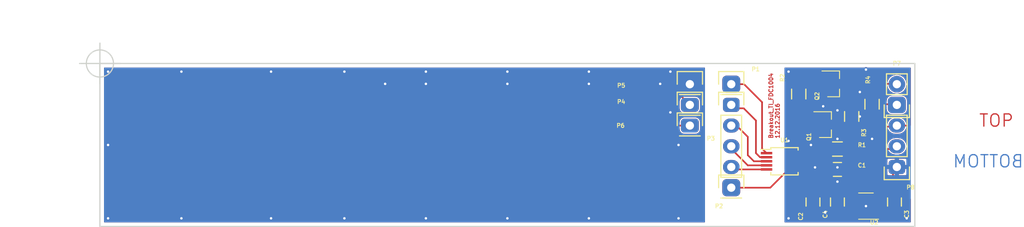
<source format=kicad_pcb>
(kicad_pcb (version 20160815) (host pcbnew no-vcs-found-7387~56~ubuntu16.04.1)

  (general
    (links 33)
    (no_connects 0)
    (area 37.375 42.8325 163.396429 70.165)
    (thickness 1.6)
    (drawings 16)
    (tracks 274)
    (zones 0)
    (modules 20)
    (nets 19)
  )

  (page A4)
  (title_block
    (title "Breakout TI FDC1004")
    (date 2016-12-12)
    (rev 0.1)
    (comment 2 "designed by Stefan Krüger")
  )

  (layers
    (0 F.Cu signal)
    (31 B.Cu signal)
    (32 B.Adhes user)
    (33 F.Adhes user)
    (34 B.Paste user)
    (35 F.Paste user)
    (36 B.SilkS user)
    (37 F.SilkS user)
    (38 B.Mask user)
    (39 F.Mask user)
    (40 Dwgs.User user)
    (41 Cmts.User user)
    (42 Eco1.User user)
    (43 Eco2.User user)
    (44 Edge.Cuts user)
    (45 Margin user)
    (46 B.CrtYd user)
    (47 F.CrtYd user)
    (48 B.Fab user)
    (49 F.Fab user)
  )

  (setup
    (last_trace_width 0.2)
    (user_trace_width 0.15)
    (user_trace_width 0.2)
    (user_trace_width 0.254)
    (user_trace_width 0.3)
    (user_trace_width 0.5)
    (user_trace_width 0.75)
    (user_trace_width 1)
    (user_trace_width 2)
    (trace_clearance 0.15)
    (zone_clearance 0.15)
    (zone_45_only no)
    (trace_min 0.15)
    (segment_width 0.2)
    (edge_width 0.15)
    (via_size 0.6)
    (via_drill 0.3)
    (via_min_size 0.6)
    (via_min_drill 0.3)
    (user_via 0.6 0.3)
    (user_via 0.7 0.4)
    (user_via 0.9 0.5)
    (user_via 1 0.6)
    (user_via 1.1 0.7)
    (user_via 1.2 0.8)
    (uvia_size 0.5)
    (uvia_drill 0.2)
    (uvias_allowed no)
    (uvia_min_size 0.5)
    (uvia_min_drill 0.2)
    (pcb_text_width 0.1)
    (pcb_text_size 1 1)
    (mod_edge_width 0.15)
    (mod_text_size 1 1)
    (mod_text_width 0.15)
    (pad_size 2.2 2.2)
    (pad_drill 1.016)
    (pad_to_mask_clearance 0.15)
    (solder_mask_min_width 0.1)
    (aux_axis_origin 50 50)
    (grid_origin 50 50)
    (visible_elements FFFFFF7F)
    (pcbplotparams
      (layerselection 0x00030_ffffffff)
      (usegerberextensions false)
      (excludeedgelayer true)
      (linewidth 0.100000)
      (plotframeref false)
      (viasonmask false)
      (mode 1)
      (useauxorigin false)
      (hpglpennumber 1)
      (hpglpenspeed 20)
      (hpglpendiameter 15)
      (psnegative false)
      (psa4output false)
      (plotreference true)
      (plotvalue true)
      (plotinvisibletext false)
      (padsonsilk false)
      (subtractmaskfromsilk false)
      (outputformat 4)
      (mirror false)
      (drillshape 0)
      (scaleselection 1)
      (outputdirectory export/))
  )

  (net 0 "")
  (net 1 VCC)
  (net 2 GND)
  (net 3 /CIN4)
  (net 4 /CIN3)
  (net 5 /CIN2)
  (net 6 /CIN1)
  (net 7 /SDA)
  (net 8 /SCL)
  (net 9 /SHLD1)
  (net 10 /SHLD2)
  (net 11 /CSHLD)
  (net 12 +3V3)
  (net 13 "Net-(U2-Pad4)")
  (net 14 "Net-(U2-Pad3)")
  (net 15 /SDA_3v3)
  (net 16 /SCL_3v3)
  (net 17 /CPAD2)
  (net 18 /CPAD1)

  (net_class Default "This is the default net class."
    (clearance 0.15)
    (trace_width 0.2)
    (via_dia 0.6)
    (via_drill 0.3)
    (uvia_dia 0.5)
    (uvia_drill 0.2)
    (diff_pair_gap 0.25)
    (diff_pair_width 0.2)
    (add_net +3V3)
    (add_net /CIN1)
    (add_net /CIN2)
    (add_net /CIN3)
    (add_net /CIN4)
    (add_net /CPAD1)
    (add_net /CPAD2)
    (add_net /CSHLD)
    (add_net /SCL)
    (add_net /SCL_3v3)
    (add_net /SDA)
    (add_net /SDA_3v3)
    (add_net /SHLD1)
    (add_net /SHLD2)
    (add_net GND)
    (add_net "Net-(U2-Pad3)")
    (add_net "Net-(U2-Pad4)")
    (add_net VCC)
  )

  (net_class LED ""
    (clearance 0.15)
    (trace_width 0.3)
    (via_dia 0.6)
    (via_drill 0.3)
    (uvia_dia 0.5)
    (uvia_drill 0.2)
    (diff_pair_gap 0.25)
    (diff_pair_width 0.2)
  )

  (net_class Power ""
    (clearance 0.2)
    (trace_width 0.5)
    (via_dia 0.9)
    (via_drill 0.5)
    (uvia_dia 0.5)
    (uvia_drill 0.2)
    (diff_pair_gap 0.25)
    (diff_pair_width 0.2)
  )

  (module Pin_Headers:Pin_Header_Straight_1x01 (layer F.Cu) (tedit 584EAF4C) (tstamp 584EB2B2)
    (at 122.39 57.62)
    (descr "Through hole pin header")
    (tags "pin header")
    (path /584EB24A)
    (fp_text reference P6 (at -8.5 0) (layer F.SilkS)
      (effects (font (size 0.5 0.5) (thickness 0.1)))
    )
    (fp_text value CPAD2 (at -4.5 0) (layer F.Fab)
      (effects (font (size 0.5 0.5) (thickness 0.1)))
    )
    (fp_line (start -1.27 1.27) (end 1.27 1.27) (layer F.SilkS) (width 0.15))
    (fp_line (start -1.55 -1.55) (end 1.55 -1.55) (layer F.SilkS) (width 0.15))
    (fp_line (start -1.55 0) (end -1.55 -1.55) (layer F.SilkS) (width 0.15))
    (fp_line (start -1.75 1.75) (end 1.75 1.75) (layer F.CrtYd) (width 0.05))
    (fp_line (start -1.75 -1.75) (end 1.75 -1.75) (layer F.CrtYd) (width 0.05))
    (fp_line (start 1.75 -1.75) (end 1.75 1.75) (layer F.CrtYd) (width 0.05))
    (fp_line (start -1.75 -1.75) (end -1.75 1.75) (layer F.CrtYd) (width 0.05))
    (fp_line (start 1.55 -1.55) (end 1.55 0) (layer F.SilkS) (width 0.15))
    (pad 1 thru_hole roundrect (at 0 0) (size 2.2 1.7) (drill 1.016) (layers *.Cu *.Mask)(roundrect_rratio 0.25)
      (net 17 /CPAD2))
    (model Pin_Headers.3dshapes/Pin_Header_Straight_1x01.wrl
      (at (xyz 0 0 0))
      (scale (xyz 1 1 1))
      (rotate (xyz 0 0 90))
    )
  )

  (module Pin_Headers:Pin_Header_Straight_1x03 (layer F.Cu) (tedit 584E9C40) (tstamp 584EA246)
    (at 147.79 62.7 180)
    (descr "Through hole pin header")
    (tags "pin header")
    (path /584E7751)
    (fp_text reference P8 (at -1.68 -2.5 180) (layer F.SilkS)
      (effects (font (size 0.5 0.5) (thickness 0.1)))
    )
    (fp_text value Power (at -2.18 1.5 270) (layer F.Fab)
      (effects (font (size 0.5 0.5) (thickness 0.1)))
    )
    (fp_line (start -1.55 -1.55) (end 1.55 -1.55) (layer F.SilkS) (width 0.15))
    (fp_line (start -1.55 0) (end -1.55 -1.55) (layer F.SilkS) (width 0.15))
    (fp_line (start 1.27 1.27) (end -1.27 1.27) (layer F.SilkS) (width 0.15))
    (fp_line (start 1.55 -1.55) (end 1.55 0) (layer F.SilkS) (width 0.15))
    (fp_line (start 1.27 6.35) (end 1.27 1.27) (layer F.SilkS) (width 0.15))
    (fp_line (start -1.27 6.35) (end 1.27 6.35) (layer F.SilkS) (width 0.15))
    (fp_line (start -1.27 1.27) (end -1.27 6.35) (layer F.SilkS) (width 0.15))
    (fp_line (start -1.75 6.85) (end 1.75 6.85) (layer F.CrtYd) (width 0.05))
    (fp_line (start -1.75 -1.75) (end 1.75 -1.75) (layer F.CrtYd) (width 0.05))
    (fp_line (start 1.75 -1.75) (end 1.75 6.85) (layer F.CrtYd) (width 0.05))
    (fp_line (start -1.75 -1.75) (end -1.75 6.85) (layer F.CrtYd) (width 0.05))
    (pad 3 thru_hole oval (at 0 5.08 180) (size 2.032 1.7272) (drill 1.016) (layers *.Cu *.Mask)
      (net 1 VCC))
    (pad 2 thru_hole oval (at 0 2.54 180) (size 2.032 1.7272) (drill 1.016) (layers *.Cu *.Mask)
      (net 12 +3V3))
    (pad 1 thru_hole roundrect (at 0 0 180) (size 2.032 1.7272) (drill 1.016) (layers *.Cu *.Mask)(roundrect_rratio 0.25)
      (net 2 GND))
    (model Pin_Headers.3dshapes/Pin_Header_Straight_1x03.wrl
      (at (xyz 0 -0.1 0))
      (scale (xyz 1 1 1))
      (rotate (xyz 0 0 90))
    )
  )

  (module Capacitors_SMD:C_0805_HandSoldering (layer F.Cu) (tedit 541A9B8D) (tstamp 584E9F3E)
    (at 137.5 67 270)
    (descr "Capacitor SMD 0805, hand soldering")
    (tags "capacitor 0805")
    (path /584E6B11)
    (attr smd)
    (fp_text reference C2 (at 1.77 1.5 270) (layer F.SilkS)
      (effects (font (size 0.5 0.5) (thickness 0.1)))
    )
    (fp_text value 1uF (at 0 1.5 270) (layer F.Fab)
      (effects (font (size 0.5 0.5) (thickness 0.1)))
    )
    (fp_line (start -1 0.625) (end -1 -0.625) (layer F.Fab) (width 0.15))
    (fp_line (start 1 0.625) (end -1 0.625) (layer F.Fab) (width 0.15))
    (fp_line (start 1 -0.625) (end 1 0.625) (layer F.Fab) (width 0.15))
    (fp_line (start -1 -0.625) (end 1 -0.625) (layer F.Fab) (width 0.15))
    (fp_line (start -2.3 -1) (end 2.3 -1) (layer F.CrtYd) (width 0.05))
    (fp_line (start -2.3 1) (end 2.3 1) (layer F.CrtYd) (width 0.05))
    (fp_line (start -2.3 -1) (end -2.3 1) (layer F.CrtYd) (width 0.05))
    (fp_line (start 2.3 -1) (end 2.3 1) (layer F.CrtYd) (width 0.05))
    (fp_line (start 0.5 -0.85) (end -0.5 -0.85) (layer F.SilkS) (width 0.15))
    (fp_line (start -0.5 0.85) (end 0.5 0.85) (layer F.SilkS) (width 0.15))
    (pad 1 smd rect (at -1.25 0 270) (size 1.5 1.25) (layers F.Cu F.Paste F.Mask)
      (net 12 +3V3))
    (pad 2 smd rect (at 1.25 0 270) (size 1.5 1.25) (layers F.Cu F.Paste F.Mask)
      (net 2 GND))
    (model Capacitors_SMD.3dshapes/C_0805_HandSoldering.wrl
      (at (xyz 0 0 0))
      (scale (xyz 1 1 1))
      (rotate (xyz 0 0 0))
    )
  )

  (module Capacitors_SMD:C_0805_HandSoldering (layer F.Cu) (tedit 541A9B8D) (tstamp 584E9F33)
    (at 147.5 67 90)
    (descr "Capacitor SMD 0805, hand soldering")
    (tags "capacitor 0805")
    (path /584F0337)
    (attr smd)
    (fp_text reference C3 (at -1.5 1.5 90) (layer F.SilkS)
      (effects (font (size 0.5 0.5) (thickness 0.1)))
    )
    (fp_text value 1uF (at 0 1.5 90) (layer F.Fab)
      (effects (font (size 0.5 0.5) (thickness 0.1)))
    )
    (fp_line (start -0.5 0.85) (end 0.5 0.85) (layer F.SilkS) (width 0.15))
    (fp_line (start 0.5 -0.85) (end -0.5 -0.85) (layer F.SilkS) (width 0.15))
    (fp_line (start 2.3 -1) (end 2.3 1) (layer F.CrtYd) (width 0.05))
    (fp_line (start -2.3 -1) (end -2.3 1) (layer F.CrtYd) (width 0.05))
    (fp_line (start -2.3 1) (end 2.3 1) (layer F.CrtYd) (width 0.05))
    (fp_line (start -2.3 -1) (end 2.3 -1) (layer F.CrtYd) (width 0.05))
    (fp_line (start -1 -0.625) (end 1 -0.625) (layer F.Fab) (width 0.15))
    (fp_line (start 1 -0.625) (end 1 0.625) (layer F.Fab) (width 0.15))
    (fp_line (start 1 0.625) (end -1 0.625) (layer F.Fab) (width 0.15))
    (fp_line (start -1 0.625) (end -1 -0.625) (layer F.Fab) (width 0.15))
    (pad 2 smd rect (at 1.25 0 90) (size 1.5 1.25) (layers F.Cu F.Paste F.Mask)
      (net 2 GND))
    (pad 1 smd rect (at -1.25 0 90) (size 1.5 1.25) (layers F.Cu F.Paste F.Mask)
      (net 1 VCC))
    (model Capacitors_SMD.3dshapes/C_0805_HandSoldering.wrl
      (at (xyz 0 0 0))
      (scale (xyz 1 1 1))
      (rotate (xyz 0 0 0))
    )
  )

  (module Capacitors_SMD:C_0805_HandSoldering (layer F.Cu) (tedit 541A9B8D) (tstamp 584E9F23)
    (at 140.5 67 90)
    (descr "Capacitor SMD 0805, hand soldering")
    (tags "capacitor 0805")
    (path /584F000F)
    (attr smd)
    (fp_text reference C4 (at -1.5 -1.5 270) (layer F.SilkS)
      (effects (font (size 0.5 0.5) (thickness 0.1)))
    )
    (fp_text value 2.2uF (at 0.5 -1.5 90) (layer F.Fab)
      (effects (font (size 0.5 0.5) (thickness 0.1)))
    )
    (fp_line (start -1 0.625) (end -1 -0.625) (layer F.Fab) (width 0.15))
    (fp_line (start 1 0.625) (end -1 0.625) (layer F.Fab) (width 0.15))
    (fp_line (start 1 -0.625) (end 1 0.625) (layer F.Fab) (width 0.15))
    (fp_line (start -1 -0.625) (end 1 -0.625) (layer F.Fab) (width 0.15))
    (fp_line (start -2.3 -1) (end 2.3 -1) (layer F.CrtYd) (width 0.05))
    (fp_line (start -2.3 1) (end 2.3 1) (layer F.CrtYd) (width 0.05))
    (fp_line (start -2.3 -1) (end -2.3 1) (layer F.CrtYd) (width 0.05))
    (fp_line (start 2.3 -1) (end 2.3 1) (layer F.CrtYd) (width 0.05))
    (fp_line (start 0.5 -0.85) (end -0.5 -0.85) (layer F.SilkS) (width 0.15))
    (fp_line (start -0.5 0.85) (end 0.5 0.85) (layer F.SilkS) (width 0.15))
    (pad 1 smd rect (at -1.25 0 90) (size 1.5 1.25) (layers F.Cu F.Paste F.Mask)
      (net 12 +3V3))
    (pad 2 smd rect (at 1.25 0 90) (size 1.5 1.25) (layers F.Cu F.Paste F.Mask)
      (net 2 GND))
    (model Capacitors_SMD.3dshapes/C_0805_HandSoldering.wrl
      (at (xyz 0 0 0))
      (scale (xyz 1 1 1))
      (rotate (xyz 0 0 0))
    )
  )

  (module Capacitors_SMD:C_0805_HandSoldering (layer F.Cu) (tedit 541A9B8D) (tstamp 584E9F0F)
    (at 140.5 63)
    (descr "Capacitor SMD 0805, hand soldering")
    (tags "capacitor 0805")
    (path /56A0AFDF)
    (attr smd)
    (fp_text reference C1 (at 3 -0.5) (layer F.SilkS)
      (effects (font (size 0.5 0.5) (thickness 0.1)))
    )
    (fp_text value 0.1pF (at 3.5 0.5) (layer F.Fab)
      (effects (font (size 0.5 0.5) (thickness 0.1)))
    )
    (fp_line (start -0.5 0.85) (end 0.5 0.85) (layer F.SilkS) (width 0.15))
    (fp_line (start 0.5 -0.85) (end -0.5 -0.85) (layer F.SilkS) (width 0.15))
    (fp_line (start 2.3 -1) (end 2.3 1) (layer F.CrtYd) (width 0.05))
    (fp_line (start -2.3 -1) (end -2.3 1) (layer F.CrtYd) (width 0.05))
    (fp_line (start -2.3 1) (end 2.3 1) (layer F.CrtYd) (width 0.05))
    (fp_line (start -2.3 -1) (end 2.3 -1) (layer F.CrtYd) (width 0.05))
    (fp_line (start -1 -0.625) (end 1 -0.625) (layer F.Fab) (width 0.15))
    (fp_line (start 1 -0.625) (end 1 0.625) (layer F.Fab) (width 0.15))
    (fp_line (start 1 0.625) (end -1 0.625) (layer F.Fab) (width 0.15))
    (fp_line (start -1 0.625) (end -1 -0.625) (layer F.Fab) (width 0.15))
    (pad 2 smd rect (at 1.25 0) (size 1.5 1.25) (layers F.Cu F.Paste F.Mask)
      (net 2 GND))
    (pad 1 smd rect (at -1.25 0) (size 1.5 1.25) (layers F.Cu F.Paste F.Mask)
      (net 12 +3V3))
    (model Capacitors_SMD.3dshapes/C_0805_HandSoldering.wrl
      (at (xyz 0 0 0))
      (scale (xyz 1 1 1))
      (rotate (xyz 0 0 0))
    )
  )

  (module Resistors_SMD:R_0805_HandSoldering (layer F.Cu) (tedit 58307B90) (tstamp 584E9E06)
    (at 140.5 60.5 180)
    (descr "Resistor SMD 0805, hand soldering")
    (tags "resistor 0805")
    (path /584ED2AD)
    (attr smd)
    (fp_text reference R1 (at -3 0.5 180) (layer F.SilkS)
      (effects (font (size 0.5 0.5) (thickness 0.1)))
    )
    (fp_text value 10k (at -3.5 -0.5 180) (layer F.Fab)
      (effects (font (size 0.5 0.5) (thickness 0.1)))
    )
    (fp_line (start -1 0.625) (end -1 -0.625) (layer F.Fab) (width 0.1))
    (fp_line (start 1 0.625) (end -1 0.625) (layer F.Fab) (width 0.1))
    (fp_line (start 1 -0.625) (end 1 0.625) (layer F.Fab) (width 0.1))
    (fp_line (start -1 -0.625) (end 1 -0.625) (layer F.Fab) (width 0.1))
    (fp_line (start -2.4 -1) (end 2.4 -1) (layer F.CrtYd) (width 0.05))
    (fp_line (start -2.4 1) (end 2.4 1) (layer F.CrtYd) (width 0.05))
    (fp_line (start -2.4 -1) (end -2.4 1) (layer F.CrtYd) (width 0.05))
    (fp_line (start 2.4 -1) (end 2.4 1) (layer F.CrtYd) (width 0.05))
    (fp_line (start 0.6 0.875) (end -0.6 0.875) (layer F.SilkS) (width 0.15))
    (fp_line (start -0.6 -0.875) (end 0.6 -0.875) (layer F.SilkS) (width 0.15))
    (pad 1 smd rect (at -1.35 0 180) (size 1.5 1.3) (layers F.Cu F.Paste F.Mask)
      (net 12 +3V3))
    (pad 2 smd rect (at 1.35 0 180) (size 1.5 1.3) (layers F.Cu F.Paste F.Mask)
      (net 16 /SCL_3v3))
    (model Resistors_SMD.3dshapes/R_0805_HandSoldering.wrl
      (at (xyz 0 0 0))
      (scale (xyz 1 1 1))
      (rotate (xyz 0 0 0))
    )
  )

  (module Resistors_SMD:R_0805_HandSoldering (layer F.Cu) (tedit 58307B90) (tstamp 584E9DF6)
    (at 135.75 53.75 270)
    (descr "Resistor SMD 0805, hand soldering")
    (tags "resistor 0805")
    (path /584EAEFA)
    (attr smd)
    (fp_text reference R2 (at -2 2 270) (layer F.SilkS)
      (effects (font (size 0.5 0.5) (thickness 0.1)))
    )
    (fp_text value 10k (at 0 2.1 270) (layer F.Fab)
      (effects (font (size 0.5 0.5) (thickness 0.1)))
    )
    (fp_line (start -0.6 -0.875) (end 0.6 -0.875) (layer F.SilkS) (width 0.15))
    (fp_line (start 0.6 0.875) (end -0.6 0.875) (layer F.SilkS) (width 0.15))
    (fp_line (start 2.4 -1) (end 2.4 1) (layer F.CrtYd) (width 0.05))
    (fp_line (start -2.4 -1) (end -2.4 1) (layer F.CrtYd) (width 0.05))
    (fp_line (start -2.4 1) (end 2.4 1) (layer F.CrtYd) (width 0.05))
    (fp_line (start -2.4 -1) (end 2.4 -1) (layer F.CrtYd) (width 0.05))
    (fp_line (start -1 -0.625) (end 1 -0.625) (layer F.Fab) (width 0.1))
    (fp_line (start 1 -0.625) (end 1 0.625) (layer F.Fab) (width 0.1))
    (fp_line (start 1 0.625) (end -1 0.625) (layer F.Fab) (width 0.1))
    (fp_line (start -1 0.625) (end -1 -0.625) (layer F.Fab) (width 0.1))
    (pad 2 smd rect (at 1.35 0 270) (size 1.5 1.3) (layers F.Cu F.Paste F.Mask)
      (net 15 /SDA_3v3))
    (pad 1 smd rect (at -1.35 0 270) (size 1.5 1.3) (layers F.Cu F.Paste F.Mask)
      (net 12 +3V3))
    (model Resistors_SMD.3dshapes/R_0805_HandSoldering.wrl
      (at (xyz 0 0 0))
      (scale (xyz 1 1 1))
      (rotate (xyz 0 0 0))
    )
  )

  (module Resistors_SMD:R_0805_HandSoldering (layer F.Cu) (tedit 58307B90) (tstamp 584E9DE6)
    (at 142.25 56.5 90)
    (descr "Resistor SMD 0805, hand soldering")
    (tags "resistor 0805")
    (path /584ED2A7)
    (attr smd)
    (fp_text reference R3 (at -2 1.5 270) (layer F.SilkS)
      (effects (font (size 0.5 0.5) (thickness 0.1)))
    )
    (fp_text value 10k (at -2 2.5 90) (layer F.Fab)
      (effects (font (size 0.5 0.5) (thickness 0.1)))
    )
    (fp_line (start -1 0.625) (end -1 -0.625) (layer F.Fab) (width 0.1))
    (fp_line (start 1 0.625) (end -1 0.625) (layer F.Fab) (width 0.1))
    (fp_line (start 1 -0.625) (end 1 0.625) (layer F.Fab) (width 0.1))
    (fp_line (start -1 -0.625) (end 1 -0.625) (layer F.Fab) (width 0.1))
    (fp_line (start -2.4 -1) (end 2.4 -1) (layer F.CrtYd) (width 0.05))
    (fp_line (start -2.4 1) (end 2.4 1) (layer F.CrtYd) (width 0.05))
    (fp_line (start -2.4 -1) (end -2.4 1) (layer F.CrtYd) (width 0.05))
    (fp_line (start 2.4 -1) (end 2.4 1) (layer F.CrtYd) (width 0.05))
    (fp_line (start 0.6 0.875) (end -0.6 0.875) (layer F.SilkS) (width 0.15))
    (fp_line (start -0.6 -0.875) (end 0.6 -0.875) (layer F.SilkS) (width 0.15))
    (pad 1 smd rect (at -1.35 0 90) (size 1.5 1.3) (layers F.Cu F.Paste F.Mask)
      (net 1 VCC))
    (pad 2 smd rect (at 1.35 0 90) (size 1.5 1.3) (layers F.Cu F.Paste F.Mask)
      (net 8 /SCL))
    (model Resistors_SMD.3dshapes/R_0805_HandSoldering.wrl
      (at (xyz 0 0 0))
      (scale (xyz 1 1 1))
      (rotate (xyz 0 0 0))
    )
  )

  (module Resistors_SMD:R_0805_HandSoldering (layer F.Cu) (tedit 58307B90) (tstamp 584E9DD6)
    (at 144.75 55 90)
    (descr "Resistor SMD 0805, hand soldering")
    (tags "resistor 0805")
    (path /584EAA92)
    (attr smd)
    (fp_text reference R4 (at 3 -0.5 270) (layer F.SilkS)
      (effects (font (size 0.5 0.5) (thickness 0.1)))
    )
    (fp_text value 10k (at 3.5 0.5 90) (layer F.Fab)
      (effects (font (size 0.5 0.5) (thickness 0.1)))
    )
    (fp_line (start -0.6 -0.875) (end 0.6 -0.875) (layer F.SilkS) (width 0.15))
    (fp_line (start 0.6 0.875) (end -0.6 0.875) (layer F.SilkS) (width 0.15))
    (fp_line (start 2.4 -1) (end 2.4 1) (layer F.CrtYd) (width 0.05))
    (fp_line (start -2.4 -1) (end -2.4 1) (layer F.CrtYd) (width 0.05))
    (fp_line (start -2.4 1) (end 2.4 1) (layer F.CrtYd) (width 0.05))
    (fp_line (start -2.4 -1) (end 2.4 -1) (layer F.CrtYd) (width 0.05))
    (fp_line (start -1 -0.625) (end 1 -0.625) (layer F.Fab) (width 0.1))
    (fp_line (start 1 -0.625) (end 1 0.625) (layer F.Fab) (width 0.1))
    (fp_line (start 1 0.625) (end -1 0.625) (layer F.Fab) (width 0.1))
    (fp_line (start -1 0.625) (end -1 -0.625) (layer F.Fab) (width 0.1))
    (pad 2 smd rect (at 1.35 0 90) (size 1.5 1.3) (layers F.Cu F.Paste F.Mask)
      (net 7 /SDA))
    (pad 1 smd rect (at -1.35 0 90) (size 1.5 1.3) (layers F.Cu F.Paste F.Mask)
      (net 1 VCC))
    (model Resistors_SMD.3dshapes/R_0805_HandSoldering.wrl
      (at (xyz 0 0 0))
      (scale (xyz 1 1 1))
      (rotate (xyz 0 0 0))
    )
  )

  (module TO_SOT_Packages_SMD:SOT-23 (layer F.Cu) (tedit 583F39EB) (tstamp 584E9DC4)
    (at 139 57.5)
    (descr "SOT-23, Standard")
    (tags SOT-23)
    (path /584ED2A1)
    (attr smd)
    (fp_text reference Q1 (at -2 1.5 90) (layer F.SilkS)
      (effects (font (size 0.5 0.5) (thickness 0.1)))
    )
    (fp_text value BSS138 (at -2 -0.5 90) (layer F.Fab)
      (effects (font (size 0.5 0.5) (thickness 0.1)))
    )
    (fp_line (start 0.76 1.58) (end 0.76 0.65) (layer F.SilkS) (width 0.12))
    (fp_line (start 0.76 -1.58) (end 0.76 -0.65) (layer F.SilkS) (width 0.12))
    (fp_line (start 0.7 -1.52) (end 0.7 1.52) (layer F.Fab) (width 0.15))
    (fp_line (start -0.7 1.52) (end 0.7 1.52) (layer F.Fab) (width 0.15))
    (fp_line (start -1.7 -1.75) (end 1.7 -1.75) (layer F.CrtYd) (width 0.05))
    (fp_line (start 1.7 -1.75) (end 1.7 1.75) (layer F.CrtYd) (width 0.05))
    (fp_line (start 1.7 1.75) (end -1.7 1.75) (layer F.CrtYd) (width 0.05))
    (fp_line (start -1.7 1.75) (end -1.7 -1.75) (layer F.CrtYd) (width 0.05))
    (fp_line (start 0.76 -1.58) (end -1.4 -1.58) (layer F.SilkS) (width 0.12))
    (fp_line (start -0.7 -1.52) (end 0.7 -1.52) (layer F.Fab) (width 0.15))
    (fp_line (start -0.7 -1.52) (end -0.7 1.52) (layer F.Fab) (width 0.15))
    (fp_line (start 0.76 1.58) (end -0.7 1.58) (layer F.SilkS) (width 0.12))
    (pad 1 smd rect (at -1 -0.95) (size 0.9 0.8) (layers F.Cu F.Paste F.Mask)
      (net 12 +3V3))
    (pad 2 smd rect (at -1 0.95) (size 0.9 0.8) (layers F.Cu F.Paste F.Mask)
      (net 16 /SCL_3v3))
    (pad 3 smd rect (at 1 0) (size 0.9 0.8) (layers F.Cu F.Paste F.Mask)
      (net 8 /SCL))
    (model TO_SOT_Packages_SMD.3dshapes/SOT-23.wrl
      (at (xyz 0 0 0))
      (scale (xyz 1 1 1))
      (rotate (xyz 0 0 90))
    )
  )

  (module TO_SOT_Packages_SMD:SOT-23 (layer F.Cu) (tedit 583F39EB) (tstamp 584E9DB1)
    (at 140 52.5)
    (descr "SOT-23, Standard")
    (tags SOT-23)
    (path /584E9F75)
    (attr smd)
    (fp_text reference Q2 (at -2 1.5 90) (layer F.SilkS)
      (effects (font (size 0.5 0.5) (thickness 0.1)))
    )
    (fp_text value BSS138 (at -2 -0.5 90) (layer F.Fab)
      (effects (font (size 0.5 0.5) (thickness 0.1)))
    )
    (fp_line (start 0.76 1.58) (end -0.7 1.58) (layer F.SilkS) (width 0.12))
    (fp_line (start -0.7 -1.52) (end -0.7 1.52) (layer F.Fab) (width 0.15))
    (fp_line (start -0.7 -1.52) (end 0.7 -1.52) (layer F.Fab) (width 0.15))
    (fp_line (start 0.76 -1.58) (end -1.4 -1.58) (layer F.SilkS) (width 0.12))
    (fp_line (start -1.7 1.75) (end -1.7 -1.75) (layer F.CrtYd) (width 0.05))
    (fp_line (start 1.7 1.75) (end -1.7 1.75) (layer F.CrtYd) (width 0.05))
    (fp_line (start 1.7 -1.75) (end 1.7 1.75) (layer F.CrtYd) (width 0.05))
    (fp_line (start -1.7 -1.75) (end 1.7 -1.75) (layer F.CrtYd) (width 0.05))
    (fp_line (start -0.7 1.52) (end 0.7 1.52) (layer F.Fab) (width 0.15))
    (fp_line (start 0.7 -1.52) (end 0.7 1.52) (layer F.Fab) (width 0.15))
    (fp_line (start 0.76 -1.58) (end 0.76 -0.65) (layer F.SilkS) (width 0.12))
    (fp_line (start 0.76 1.58) (end 0.76 0.65) (layer F.SilkS) (width 0.12))
    (pad 3 smd rect (at 1 0) (size 0.9 0.8) (layers F.Cu F.Paste F.Mask)
      (net 7 /SDA))
    (pad 2 smd rect (at -1 0.95) (size 0.9 0.8) (layers F.Cu F.Paste F.Mask)
      (net 15 /SDA_3v3))
    (pad 1 smd rect (at -1 -0.95) (size 0.9 0.8) (layers F.Cu F.Paste F.Mask)
      (net 12 +3V3))
    (model TO_SOT_Packages_SMD.3dshapes/SOT-23.wrl
      (at (xyz 0 0 0))
      (scale (xyz 1 1 1))
      (rotate (xyz 0 0 90))
    )
  )

  (module TO_SOT_Packages_SMD:SOT-23-5 (layer F.Cu) (tedit 583F3A3F) (tstamp 584E9D9A)
    (at 144 67.5 180)
    (descr "5-pin SOT23 package")
    (tags SOT-23-5)
    (path /584F0CA2)
    (attr smd)
    (fp_text reference U2 (at -1 -2 180) (layer F.SilkS)
      (effects (font (size 0.5 0.5) (thickness 0.1)))
    )
    (fp_text value TPS70933DBV (at 0 2 180) (layer F.Fab)
      (effects (font (size 0.5 0.5) (thickness 0.1)))
    )
    (fp_line (start 0.9 -1.55) (end 0.9 1.55) (layer F.Fab) (width 0.15))
    (fp_line (start 0.9 1.55) (end -0.9 1.55) (layer F.Fab) (width 0.15))
    (fp_line (start -0.9 -1.55) (end -0.9 1.55) (layer F.Fab) (width 0.15))
    (fp_line (start 0.9 -1.55) (end -0.9 -1.55) (layer F.Fab) (width 0.15))
    (fp_line (start -1.9 1.8) (end -1.9 -1.8) (layer F.CrtYd) (width 0.05))
    (fp_line (start 1.9 1.8) (end -1.9 1.8) (layer F.CrtYd) (width 0.05))
    (fp_line (start 1.9 -1.8) (end 1.9 1.8) (layer F.CrtYd) (width 0.05))
    (fp_line (start -1.9 -1.8) (end 1.9 -1.8) (layer F.CrtYd) (width 0.05))
    (fp_line (start 0.9 -1.61) (end -1.55 -1.61) (layer F.SilkS) (width 0.12))
    (fp_line (start -0.9 1.61) (end 0.9 1.61) (layer F.SilkS) (width 0.12))
    (pad 5 smd rect (at 1.1 -0.95 180) (size 1.06 0.65) (layers F.Cu F.Paste F.Mask)
      (net 12 +3V3))
    (pad 4 smd rect (at 1.1 0.95 180) (size 1.06 0.65) (layers F.Cu F.Paste F.Mask)
      (net 13 "Net-(U2-Pad4)"))
    (pad 3 smd rect (at -1.1 0.95 180) (size 1.06 0.65) (layers F.Cu F.Paste F.Mask)
      (net 14 "Net-(U2-Pad3)"))
    (pad 2 smd rect (at -1.1 0 180) (size 1.06 0.65) (layers F.Cu F.Paste F.Mask)
      (net 2 GND))
    (pad 1 smd rect (at -1.1 -0.95 180) (size 1.06 0.65) (layers F.Cu F.Paste F.Mask)
      (net 1 VCC))
    (model TO_SOT_Packages_SMD.3dshapes/SOT-23-5.wrl
      (at (xyz 0 0 0))
      (scale (xyz 1 1 1))
      (rotate (xyz 0 0 0))
    )
  )

  (module Pin_Headers:Pin_Header_Straight_1x01 (layer F.Cu) (tedit 584EAF69) (tstamp 584E7726)
    (at 122.39 52.54)
    (descr "Through hole pin header")
    (tags "pin header")
    (path /584E8F31)
    (fp_text reference P5 (at -8.42 0.16) (layer F.SilkS)
      (effects (font (size 0.5 0.5) (thickness 0.1)))
    )
    (fp_text value CSHLD (at -4.42 0) (layer F.Fab)
      (effects (font (size 0.5 0.5) (thickness 0.1)))
    )
    (fp_line (start -1.27 1.27) (end 1.27 1.27) (layer F.SilkS) (width 0.15))
    (fp_line (start -1.55 -1.55) (end 1.55 -1.55) (layer F.SilkS) (width 0.15))
    (fp_line (start -1.55 0) (end -1.55 -1.55) (layer F.SilkS) (width 0.15))
    (fp_line (start -1.75 1.75) (end 1.75 1.75) (layer F.CrtYd) (width 0.05))
    (fp_line (start -1.75 -1.75) (end 1.75 -1.75) (layer F.CrtYd) (width 0.05))
    (fp_line (start 1.75 -1.75) (end 1.75 1.75) (layer F.CrtYd) (width 0.05))
    (fp_line (start -1.75 -1.75) (end -1.75 1.75) (layer F.CrtYd) (width 0.05))
    (fp_line (start 1.55 -1.55) (end 1.55 0) (layer F.SilkS) (width 0.15))
    (pad 1 thru_hole roundrect (at 0 0) (size 2.2 2.2) (drill 1.016) (layers *.Cu *.Mask)(roundrect_rratio 0.25)
      (net 11 /CSHLD) (zone_connect 2))
    (model Pin_Headers.3dshapes/Pin_Header_Straight_1x01.wrl
      (at (xyz 0 0 0))
      (scale (xyz 1 1 1))
      (rotate (xyz 0 0 90))
    )
  )

  (module Pin_Headers:Pin_Header_Straight_1x01 (layer F.Cu) (tedit 584EAF44) (tstamp 584E75BF)
    (at 122.39 55.08)
    (descr "Through hole pin header")
    (tags "pin header")
    (path /584E8CCD)
    (fp_text reference P4 (at -8.42 -0.38) (layer F.SilkS)
      (effects (font (size 0.5 0.5) (thickness 0.1)))
    )
    (fp_text value CPAD1 (at -4.42 -0.38) (layer F.Fab)
      (effects (font (size 0.5 0.5) (thickness 0.1)))
    )
    (fp_line (start -1.27 1.27) (end 1.27 1.27) (layer F.SilkS) (width 0.15))
    (fp_line (start -1.55 -1.55) (end 1.55 -1.55) (layer F.SilkS) (width 0.15))
    (fp_line (start -1.55 0) (end -1.55 -1.55) (layer F.SilkS) (width 0.15))
    (fp_line (start -1.75 1.75) (end 1.75 1.75) (layer F.CrtYd) (width 0.05))
    (fp_line (start -1.75 -1.75) (end 1.75 -1.75) (layer F.CrtYd) (width 0.05))
    (fp_line (start 1.75 -1.75) (end 1.75 1.75) (layer F.CrtYd) (width 0.05))
    (fp_line (start -1.75 -1.75) (end -1.75 1.75) (layer F.CrtYd) (width 0.05))
    (fp_line (start 1.55 -1.55) (end 1.55 0) (layer F.SilkS) (width 0.15))
    (pad 1 thru_hole roundrect (at 0 0) (size 2.2 1.7) (drill 1.016) (layers *.Cu *.Mask)(roundrect_rratio 0.25)
      (net 18 /CPAD1))
    (model Pin_Headers.3dshapes/Pin_Header_Straight_1x01.wrl
      (at (xyz 0 0 0))
      (scale (xyz 1 1 1))
      (rotate (xyz 0 0 90))
    )
  )

  (module Pin_Headers:Pin_Header_Straight_1x04 (layer F.Cu) (tedit 584E9C4A) (tstamp 584E70BE)
    (at 127.47 55.08)
    (descr "Through hole pin header")
    (tags "pin header")
    (path /584E7EEC)
    (fp_text reference P3 (at -2.5 4.12) (layer F.SilkS)
      (effects (font (size 0.5 0.5) (thickness 0.1)))
    )
    (fp_text value CIN (at -2.5 5.62) (layer F.Fab)
      (effects (font (size 0.5 0.5) (thickness 0.1)))
    )
    (fp_line (start -1.55 -1.55) (end 1.55 -1.55) (layer F.SilkS) (width 0.15))
    (fp_line (start -1.55 0) (end -1.55 -1.55) (layer F.SilkS) (width 0.15))
    (fp_line (start 1.27 1.27) (end -1.27 1.27) (layer F.SilkS) (width 0.15))
    (fp_line (start -1.27 8.89) (end 1.27 8.89) (layer F.SilkS) (width 0.15))
    (fp_line (start 1.55 -1.55) (end 1.55 0) (layer F.SilkS) (width 0.15))
    (fp_line (start 1.27 1.27) (end 1.27 8.89) (layer F.SilkS) (width 0.15))
    (fp_line (start -1.27 1.27) (end -1.27 8.89) (layer F.SilkS) (width 0.15))
    (fp_line (start -1.75 9.4) (end 1.75 9.4) (layer F.CrtYd) (width 0.05))
    (fp_line (start -1.75 -1.75) (end 1.75 -1.75) (layer F.CrtYd) (width 0.05))
    (fp_line (start 1.75 -1.75) (end 1.75 9.4) (layer F.CrtYd) (width 0.05))
    (fp_line (start -1.75 -1.75) (end -1.75 9.4) (layer F.CrtYd) (width 0.05))
    (pad 4 thru_hole oval (at 0 7.62) (size 2.032 1.7272) (drill 1.016) (layers *.Cu *.Mask)
      (net 3 /CIN4))
    (pad 3 thru_hole oval (at 0 5.08) (size 2.032 1.7272) (drill 1.016) (layers *.Cu *.Mask)
      (net 4 /CIN3))
    (pad 2 thru_hole oval (at 0 2.54) (size 2.032 1.7272) (drill 1.016) (layers *.Cu *.Mask)
      (net 5 /CIN2))
    (pad 1 thru_hole roundrect (at 0 0) (size 2.032 1.7272) (drill 1.016) (layers *.Cu *.Mask)(roundrect_rratio 0.25)
      (net 6 /CIN1))
    (model Pin_Headers.3dshapes/Pin_Header_Straight_1x04.wrl
      (at (xyz 0 -0.15 0))
      (scale (xyz 1 1 1))
      (rotate (xyz 0 0 90))
    )
  )

  (module Housings_SSOP:MSOP-10_3x3mm_Pitch0.5mm (layer F.Cu) (tedit 54130A77) (tstamp 584E6AAE)
    (at 134 62)
    (descr "10-Lead Plastic Micro Small Outline Package (MS) [MSOP] (see Microchip Packaging Specification 00000049BS.pdf)")
    (tags "SSOP 0.5")
    (path /584E6861)
    (attr smd)
    (fp_text reference U1 (at 0 -2.6) (layer F.SilkS)
      (effects (font (size 0.5 0.5) (thickness 0.1)))
    )
    (fp_text value TI_FDC1004 (at 0 2.5) (layer F.Fab)
      (effects (font (size 0.5 0.5) (thickness 0.1)))
    )
    (fp_line (start -1.675 -1.45) (end -2.9 -1.45) (layer F.SilkS) (width 0.15))
    (fp_line (start -1.675 1.675) (end 1.675 1.675) (layer F.SilkS) (width 0.15))
    (fp_line (start -1.675 -1.675) (end 1.675 -1.675) (layer F.SilkS) (width 0.15))
    (fp_line (start -1.675 1.675) (end -1.675 1.375) (layer F.SilkS) (width 0.15))
    (fp_line (start 1.675 1.675) (end 1.675 1.375) (layer F.SilkS) (width 0.15))
    (fp_line (start 1.675 -1.675) (end 1.675 -1.375) (layer F.SilkS) (width 0.15))
    (fp_line (start -1.675 -1.675) (end -1.675 -1.45) (layer F.SilkS) (width 0.15))
    (fp_line (start -3.15 1.85) (end 3.15 1.85) (layer F.CrtYd) (width 0.05))
    (fp_line (start -3.15 -1.85) (end 3.15 -1.85) (layer F.CrtYd) (width 0.05))
    (fp_line (start 3.15 -1.85) (end 3.15 1.85) (layer F.CrtYd) (width 0.05))
    (fp_line (start -3.15 -1.85) (end -3.15 1.85) (layer F.CrtYd) (width 0.05))
    (fp_line (start -1.5 -0.5) (end -0.5 -1.5) (layer F.Fab) (width 0.15))
    (fp_line (start -1.5 1.5) (end -1.5 -0.5) (layer F.Fab) (width 0.15))
    (fp_line (start 1.5 1.5) (end -1.5 1.5) (layer F.Fab) (width 0.15))
    (fp_line (start 1.5 -1.5) (end 1.5 1.5) (layer F.Fab) (width 0.15))
    (fp_line (start -0.5 -1.5) (end 1.5 -1.5) (layer F.Fab) (width 0.15))
    (pad 10 smd rect (at 2.2 -1) (size 1.4 0.3) (layers F.Cu F.Paste F.Mask)
      (net 15 /SDA_3v3))
    (pad 9 smd rect (at 2.2 -0.5) (size 1.4 0.3) (layers F.Cu F.Paste F.Mask)
      (net 16 /SCL_3v3))
    (pad 8 smd rect (at 2.2 0) (size 1.4 0.3) (layers F.Cu F.Paste F.Mask)
      (net 12 +3V3))
    (pad 7 smd rect (at 2.2 0.5) (size 1.4 0.3) (layers F.Cu F.Paste F.Mask)
      (net 2 GND))
    (pad 6 smd rect (at 2.2 1) (size 1.4 0.3) (layers F.Cu F.Paste F.Mask)
      (net 10 /SHLD2))
    (pad 5 smd rect (at -2.2 1) (size 1.4 0.3) (layers F.Cu F.Paste F.Mask)
      (net 3 /CIN4))
    (pad 4 smd rect (at -2.2 0.5) (size 1.4 0.3) (layers F.Cu F.Paste F.Mask)
      (net 4 /CIN3))
    (pad 3 smd rect (at -2.2 0) (size 1.4 0.3) (layers F.Cu F.Paste F.Mask)
      (net 5 /CIN2))
    (pad 2 smd rect (at -2.2 -0.5) (size 1.4 0.3) (layers F.Cu F.Paste F.Mask)
      (net 6 /CIN1))
    (pad 1 smd rect (at -2.2 -1) (size 1.4 0.3) (layers F.Cu F.Paste F.Mask)
      (net 9 /SHLD1))
    (model Housings_SSOP.3dshapes/MSOP-10_3x3mm_Pitch0.5mm.wrl
      (at (xyz 0 0 0))
      (scale (xyz 1 1 1))
      (rotate (xyz 0 0 0))
    )
  )

  (module Pin_Headers:Pin_Header_Straight_1x01 (layer F.Cu) (tedit 584E73AB) (tstamp 584E6A54)
    (at 127.47 65.24)
    (descr "Through hole pin header")
    (tags "pin header")
    (path /584E6F8A)
    (fp_text reference P2 (at -1.5 2.26) (layer F.SilkS)
      (effects (font (size 0.5 0.5) (thickness 0.1)))
    )
    (fp_text value SHLD2 (at 0.5 2.26) (layer F.Fab)
      (effects (font (size 0.5 0.5) (thickness 0.1)))
    )
    (fp_line (start 1.55 -1.55) (end 1.55 0) (layer F.SilkS) (width 0.15))
    (fp_line (start -1.75 -1.75) (end -1.75 1.75) (layer F.CrtYd) (width 0.05))
    (fp_line (start 1.75 -1.75) (end 1.75 1.75) (layer F.CrtYd) (width 0.05))
    (fp_line (start -1.75 -1.75) (end 1.75 -1.75) (layer F.CrtYd) (width 0.05))
    (fp_line (start -1.75 1.75) (end 1.75 1.75) (layer F.CrtYd) (width 0.05))
    (fp_line (start -1.55 0) (end -1.55 -1.55) (layer F.SilkS) (width 0.15))
    (fp_line (start -1.55 -1.55) (end 1.55 -1.55) (layer F.SilkS) (width 0.15))
    (fp_line (start -1.27 1.27) (end 1.27 1.27) (layer F.SilkS) (width 0.15))
    (pad 1 thru_hole roundrect (at 0 0) (size 2.2 2.1) (drill 1.016) (layers *.Cu *.Mask)(roundrect_rratio 0.25)
      (net 10 /SHLD2))
    (model Pin_Headers.3dshapes/Pin_Header_Straight_1x01.wrl
      (at (xyz 0 0 0))
      (scale (xyz 1 1 1))
      (rotate (xyz 0 0 90))
    )
  )

  (module Pin_Headers:Pin_Header_Straight_1x01 (layer F.Cu) (tedit 584E73A0) (tstamp 584E6A47)
    (at 127.47 52.54)
    (descr "Through hole pin header")
    (tags "pin header")
    (path /584E6C13)
    (fp_text reference P1 (at 3 -1.84) (layer F.SilkS)
      (effects (font (size 0.5 0.5) (thickness 0.1)))
    )
    (fp_text value SHLD1 (at 0 -2.34) (layer F.Fab)
      (effects (font (size 0.5 0.5) (thickness 0.1)))
    )
    (fp_line (start -1.27 1.27) (end 1.27 1.27) (layer F.SilkS) (width 0.15))
    (fp_line (start -1.55 -1.55) (end 1.55 -1.55) (layer F.SilkS) (width 0.15))
    (fp_line (start -1.55 0) (end -1.55 -1.55) (layer F.SilkS) (width 0.15))
    (fp_line (start -1.75 1.75) (end 1.75 1.75) (layer F.CrtYd) (width 0.05))
    (fp_line (start -1.75 -1.75) (end 1.75 -1.75) (layer F.CrtYd) (width 0.05))
    (fp_line (start 1.75 -1.75) (end 1.75 1.75) (layer F.CrtYd) (width 0.05))
    (fp_line (start -1.75 -1.75) (end -1.75 1.75) (layer F.CrtYd) (width 0.05))
    (fp_line (start 1.55 -1.55) (end 1.55 0) (layer F.SilkS) (width 0.15))
    (pad 1 thru_hole roundrect (at 0 0) (size 2.2 2.1) (drill 1.016) (layers *.Cu *.Mask)(roundrect_rratio 0.25)
      (net 9 /SHLD1))
    (model Pin_Headers.3dshapes/Pin_Header_Straight_1x01.wrl
      (at (xyz 0 0 0))
      (scale (xyz 1 1 1))
      (rotate (xyz 0 0 90))
    )
  )

  (module Pin_Headers:Pin_Header_Straight_1x02 (layer F.Cu) (tedit 584E9C33) (tstamp 584E6A38)
    (at 147.79 55.08 180)
    (descr "Through hole pin header")
    (tags "pin header")
    (path /584E7316)
    (fp_text reference P7 (at 0 5.08 180) (layer F.SilkS)
      (effects (font (size 0.5 0.5) (thickness 0.1)))
    )
    (fp_text value I2C (at -2.18 1.08 270) (layer F.Fab)
      (effects (font (size 0.5 0.5) (thickness 0.1)))
    )
    (fp_line (start -1.27 3.81) (end 1.27 3.81) (layer F.SilkS) (width 0.15))
    (fp_line (start -1.27 1.27) (end -1.27 3.81) (layer F.SilkS) (width 0.15))
    (fp_line (start -1.55 -1.55) (end 1.55 -1.55) (layer F.SilkS) (width 0.15))
    (fp_line (start -1.55 0) (end -1.55 -1.55) (layer F.SilkS) (width 0.15))
    (fp_line (start 1.27 1.27) (end -1.27 1.27) (layer F.SilkS) (width 0.15))
    (fp_line (start -1.75 4.3) (end 1.75 4.3) (layer F.CrtYd) (width 0.05))
    (fp_line (start -1.75 -1.75) (end 1.75 -1.75) (layer F.CrtYd) (width 0.05))
    (fp_line (start 1.75 -1.75) (end 1.75 4.3) (layer F.CrtYd) (width 0.05))
    (fp_line (start -1.75 -1.75) (end -1.75 4.3) (layer F.CrtYd) (width 0.05))
    (fp_line (start 1.55 -1.55) (end 1.55 0) (layer F.SilkS) (width 0.15))
    (fp_line (start 1.27 1.27) (end 1.27 3.81) (layer F.SilkS) (width 0.15))
    (pad 2 thru_hole oval (at 0 2.54 180) (size 2.032 2.032) (drill 1.016) (layers *.Cu *.Mask)
      (net 7 /SDA))
    (pad 1 thru_hole roundrect (at 0 0 180) (size 2.2 2) (drill 1.016) (layers *.Cu *.Mask)(roundrect_rratio 0.25)
      (net 8 /SCL))
    (model Pin_Headers.3dshapes/Pin_Header_Straight_1x02.wrl
      (at (xyz 0 -0.05 0))
      (scale (xyz 1 1 1))
      (rotate (xyz 0 0 90))
    )
  )

  (dimension 2 (width 0.1) (layer Cmts.User)
    (gr_text "2,000 mm" (at 47.8 69 90) (layer Cmts.User) (tstamp 584EEF8C)
      (effects (font (size 1 1) (thickness 0.1)))
    )
    (feature1 (pts (xy 50 68) (xy 47.1 68)))
    (feature2 (pts (xy 50 70) (xy 47.1 70)))
    (crossbar (pts (xy 48.5 70) (xy 48.5 68)))
    (arrow1a (pts (xy 48.5 68) (xy 49.086421 69.126504)))
    (arrow1b (pts (xy 48.5 68) (xy 47.913579 69.126504)))
    (arrow2a (pts (xy 48.5 70) (xy 49.086421 68.873496)))
    (arrow2b (pts (xy 48.5 70) (xy 47.913579 68.873496)))
  )
  (dimension 2 (width 0.1) (layer Cmts.User)
    (gr_text "2,000 mm" (at 51 46.8) (layer Cmts.User) (tstamp 584EEF8D)
      (effects (font (size 1 1) (thickness 0.1)))
    )
    (feature1 (pts (xy 52 50) (xy 52 46.1)))
    (feature2 (pts (xy 50 50) (xy 50 46.1)))
    (crossbar (pts (xy 50 47.5) (xy 52 47.5)))
    (arrow1a (pts (xy 52 47.5) (xy 50.873496 48.086421)))
    (arrow1b (pts (xy 52 47.5) (xy 50.873496 46.913579)))
    (arrow2a (pts (xy 50 47.5) (xy 51.126504 48.086421)))
    (arrow2b (pts (xy 50 47.5) (xy 51.126504 46.913579)))
  )
  (dimension 2 (width 0.1) (layer Cmts.User)
    (gr_text "2,000 mm" (at 46.8 51 90) (layer Cmts.User) (tstamp 584EEF8E)
      (effects (font (size 1 1) (thickness 0.1)))
    )
    (feature1 (pts (xy 50 50) (xy 46.1 50)))
    (feature2 (pts (xy 50 52) (xy 46.1 52)))
    (crossbar (pts (xy 47.5 52) (xy 47.5 50)))
    (arrow1a (pts (xy 47.5 50) (xy 48.086421 51.126504)))
    (arrow1b (pts (xy 47.5 50) (xy 46.913579 51.126504)))
    (arrow2a (pts (xy 47.5 52) (xy 48.086421 50.873496)))
    (arrow2b (pts (xy 47.5 52) (xy 46.913579 50.873496)))
  )
  (dimension 32 (width 0.1) (layer Cmts.User) (tstamp 584EAA32)
    (gr_text "32,000 mm" (at 103 48.3) (layer Cmts.User) (tstamp 584EEF8F)
      (effects (font (size 1 1) (thickness 0.1)))
    )
    (feature1 (pts (xy 119 50) (xy 119 47.6)))
    (feature2 (pts (xy 87 50) (xy 87 47.6)))
    (crossbar (pts (xy 87 49) (xy 119 49)))
    (arrow1a (pts (xy 119 49) (xy 117.873496 49.586421)))
    (arrow1b (pts (xy 119 49) (xy 117.873496 48.413579)))
    (arrow2a (pts (xy 87 49) (xy 88.126504 49.586421)))
    (arrow2b (pts (xy 87 49) (xy 88.126504 48.413579)))
  )
  (dimension 32 (width 0.1) (layer Cmts.User)
    (gr_text "32,000 mm" (at 68 48.3) (layer Cmts.User) (tstamp 584EEF90)
      (effects (font (size 1 1) (thickness 0.1)))
    )
    (feature1 (pts (xy 84 50) (xy 84 47.6)))
    (feature2 (pts (xy 52 50) (xy 52 47.6)))
    (crossbar (pts (xy 52 49) (xy 84 49)))
    (arrow1a (pts (xy 84 49) (xy 82.873496 49.586421)))
    (arrow1b (pts (xy 84 49) (xy 82.873496 48.413579)))
    (arrow2a (pts (xy 52 49) (xy 53.126504 49.586421)))
    (arrow2b (pts (xy 52 49) (xy 53.126504 48.413579)))
  )
  (dimension 25 (width 0.1) (layer Cmts.User)
    (gr_text "25,000 mm" (at 137.5 47.800001) (layer Cmts.User) (tstamp 584EEF91)
      (effects (font (size 1 1) (thickness 0.1)))
    )
    (feature1 (pts (xy 125 50) (xy 125 47.100001)))
    (feature2 (pts (xy 150 50) (xy 150 47.100001)))
    (crossbar (pts (xy 150 48.500001) (xy 125 48.500001)))
    (arrow1a (pts (xy 125 48.500001) (xy 126.126504 47.91358)))
    (arrow1b (pts (xy 125 48.500001) (xy 126.126504 49.086422)))
    (arrow2a (pts (xy 150 48.500001) (xy 148.873496 47.91358)))
    (arrow2b (pts (xy 150 48.500001) (xy 148.873496 49.086422)))
  )
  (target plus (at 50 50) (size 5) (width 0.15) (layer Edge.Cuts))
  (gr_text "Breakout_TI_FDC1004\n12.12.2016" (at 132.75 59.25 90) (layer F.Cu)
    (effects (font (size 0.5 0.5) (thickness 0.1)) (justify left))
  )
  (dimension 20 (width 0.15) (layer Cmts.User)
    (gr_text "20,000 mm" (at 43.95 60 90) (layer Cmts.User) (tstamp 584EEF92)
      (effects (font (size 1.5 1.5) (thickness 0.15)))
    )
    (feature1 (pts (xy 50 50) (xy 42.9 50)))
    (feature2 (pts (xy 50 70) (xy 42.9 70)))
    (crossbar (pts (xy 45 70) (xy 45 50)))
    (arrow1a (pts (xy 45 50) (xy 45.586421 51.126504)))
    (arrow1b (pts (xy 45 50) (xy 44.413579 51.126504)))
    (arrow2a (pts (xy 45 70) (xy 45.586421 68.873496)))
    (arrow2b (pts (xy 45 70) (xy 44.413579 68.873496)))
  )
  (dimension 100 (width 0.15) (layer Cmts.User)
    (gr_text "100,000 mm" (at 100 43.95) (layer Cmts.User) (tstamp 584EEF93)
      (effects (font (size 1.5 1.5) (thickness 0.15)))
    )
    (feature1 (pts (xy 150 50) (xy 150 42.9)))
    (feature2 (pts (xy 50 50) (xy 50 42.9)))
    (crossbar (pts (xy 50 45) (xy 150 45)))
    (arrow1a (pts (xy 150 45) (xy 148.873496 45.586421)))
    (arrow1b (pts (xy 150 45) (xy 148.873496 44.413579)))
    (arrow2a (pts (xy 50 45) (xy 51.126504 45.586421)))
    (arrow2b (pts (xy 50 45) (xy 51.126504 44.413579)))
  )
  (gr_line (start 50 70) (end 50 50) (layer Edge.Cuts) (width 0.15))
  (gr_line (start 150 70) (end 50 70) (layer Edge.Cuts) (width 0.15))
  (gr_line (start 150 50) (end 150 70) (layer Edge.Cuts) (width 0.15))
  (gr_line (start 50 50) (end 150 50) (layer Edge.Cuts) (width 0.15))
  (gr_text BOTTOM (at 159 62) (layer B.Cu)
    (effects (font (size 1.5 1.5) (thickness 0.15)) (justify mirror))
  )
  (gr_text TOP (at 160 57) (layer F.Cu)
    (effects (font (size 1.5 1.5) (thickness 0.15)))
  )

  (segment (start 147.5 68.25) (end 147.5 68.125) (width 0.2) (layer F.Cu) (net 1))
  (segment (start 147.5 68.125) (end 149.25 66.375) (width 0.2) (layer F.Cu) (net 1))
  (segment (start 149.25 66.375) (end 149.25 57.864) (width 0.2) (layer F.Cu) (net 1))
  (segment (start 149.25 57.864) (end 149.006 57.62) (width 0.2) (layer F.Cu) (net 1))
  (segment (start 149.006 57.62) (end 147.79 57.62) (width 0.2) (layer F.Cu) (net 1))
  (segment (start 144.75 57.75) (end 143.25 57.75) (width 0.2) (layer F.Cu) (net 1))
  (segment (start 143.25 57.75) (end 143.15 57.85) (width 0.2) (layer F.Cu) (net 1))
  (segment (start 143.15 57.85) (end 142.25 57.85) (width 0.2) (layer F.Cu) (net 1))
  (segment (start 144.75 57.75) (end 147.25 57.75) (width 0.2) (layer F.Cu) (net 1))
  (segment (start 144.75 56.35) (end 144.75 57.75) (width 0.2) (layer F.Cu) (net 1))
  (segment (start 147.25 57.75) (end 147.38 57.62) (width 0.2) (layer F.Cu) (net 1))
  (segment (start 147.38 57.62) (end 147.79 57.62) (width 0.2) (layer F.Cu) (net 1))
  (segment (start 147.5 68.25) (end 145.3 68.25) (width 0.2) (layer F.Cu) (net 1))
  (segment (start 145.3 68.25) (end 145.1 68.45) (width 0.2) (layer F.Cu) (net 1))
  (segment (start 134.5 54.5) (end 134.5 55.25) (width 0.2) (layer B.Cu) (net 2))
  (segment (start 134.5 55.25) (end 138.25 55.25) (width 0.2) (layer B.Cu) (net 2))
  (segment (start 138.25 55.25) (end 138.75 55.25) (width 0.2) (layer B.Cu) (net 2))
  (segment (start 139.174264 55.25) (end 138.75 55.25) (width 0.2) (layer B.Cu) (net 2))
  (segment (start 140 55.25) (end 139.174264 55.25) (width 0.2) (layer B.Cu) (net 2))
  (segment (start 140.5 54.75) (end 140 55.25) (width 0.2) (layer B.Cu) (net 2))
  (via (at 138.75 55.25) (size 0.6) (drill 0.3) (layers F.Cu B.Cu) (net 2))
  (segment (start 140.75 54.5) (end 140.5 54.75) (width 0.2) (layer B.Cu) (net 2))
  (segment (start 140.499986 55.750014) (end 140.5 55.75) (width 0.2) (layer B.Cu) (net 2))
  (segment (start 140.499986 59.25) (end 140.499986 55.750014) (width 0.2) (layer B.Cu) (net 2))
  (segment (start 140.5 54.75) (end 140.5 55.325736) (width 0.2) (layer B.Cu) (net 2))
  (segment (start 140.5 55.325736) (end 140.5 55.75) (width 0.2) (layer B.Cu) (net 2))
  (via (at 140.5 55.75) (size 0.6) (drill 0.3) (layers F.Cu B.Cu) (net 2))
  (segment (start 138 59.25) (end 140.075722 59.25) (width 0.2) (layer B.Cu) (net 2))
  (segment (start 140.075722 59.25) (end 140.499986 59.25) (width 0.2) (layer B.Cu) (net 2))
  (segment (start 137.25 60) (end 138 59.25) (width 0.2) (layer B.Cu) (net 2))
  (segment (start 144.75 59.25) (end 140.499986 59.25) (width 0.2) (layer B.Cu) (net 2))
  (via (at 140.499986 59.25) (size 0.6) (drill 0.3) (layers F.Cu B.Cu) (net 2))
  (segment (start 143.25 56.5) (end 143.25 57.75) (width 0.2) (layer B.Cu) (net 2))
  (segment (start 143.25 57.75) (end 144.75 59.25) (width 0.2) (layer B.Cu) (net 2))
  (segment (start 145.174264 59.25) (end 144.75 59.25) (width 0.2) (layer B.Cu) (net 2))
  (segment (start 145.424264 59) (end 145.174264 59.25) (width 0.2) (layer B.Cu) (net 2))
  (segment (start 149.25 59) (end 145.424264 59) (width 0.2) (layer B.Cu) (net 2))
  (via (at 144.75 59.25) (size 0.6) (drill 0.3) (layers F.Cu B.Cu) (net 2))
  (segment (start 144.325736 59.25) (end 144.75 59.25) (width 0.2) (layer B.Cu) (net 2))
  (segment (start 143.25 53.075748) (end 143.25 53.500012) (width 0.2) (layer B.Cu) (net 2))
  (segment (start 143.25 51.5) (end 143.25 53.075748) (width 0.2) (layer B.Cu) (net 2))
  (segment (start 144 50.75) (end 143.25 51.5) (width 0.2) (layer B.Cu) (net 2))
  (segment (start 142.950001 53.800011) (end 143.25 53.500012) (width 0.2) (layer B.Cu) (net 2))
  (segment (start 142.250012 54.5) (end 142.950001 53.800011) (width 0.2) (layer B.Cu) (net 2))
  (segment (start 140.75 54.5) (end 142.250012 54.5) (width 0.2) (layer B.Cu) (net 2))
  (via (at 143.25 53.500012) (size 0.6) (drill 0.3) (layers F.Cu B.Cu) (net 2))
  (segment (start 143.25 56.5) (end 143.25 53.500012) (width 0.2) (layer B.Cu) (net 2))
  (segment (start 143.25 56) (end 143.25 56.5) (width 0.2) (layer B.Cu) (net 2))
  (via (at 143.25 56.5) (size 0.6) (drill 0.3) (layers F.Cu B.Cu) (net 2))
  (segment (start 134.75 50.75) (end 134.5 51) (width 0.2) (layer B.Cu) (net 2))
  (segment (start 144 50.75) (end 134.75 50.75) (width 0.2) (layer B.Cu) (net 2))
  (segment (start 134.5 54.5) (end 134.5 51) (width 0.2) (layer B.Cu) (net 2))
  (via (at 134.5 51) (size 0.6) (drill 0.3) (layers F.Cu B.Cu) (net 2))
  (segment (start 134.5 69) (end 135.25 68.25) (width 0.2) (layer F.Cu) (net 2))
  (segment (start 135.25 68.25) (end 137.5 68.25) (width 0.2) (layer F.Cu) (net 2))
  (segment (start 149.25 58.75) (end 149.25 62.75) (width 0.2) (layer B.Cu) (net 2))
  (segment (start 149.25 51) (end 149.25 58.75) (width 0.2) (layer B.Cu) (net 2))
  (segment (start 137.25 60) (end 137.75 60.5) (width 0.2) (layer B.Cu) (net 2))
  (segment (start 137.75 60.5) (end 137.75 62.75) (width 0.2) (layer B.Cu) (net 2))
  (segment (start 134.5 59.5) (end 136.75 59.5) (width 0.2) (layer B.Cu) (net 2))
  (segment (start 136.75 59.5) (end 137.25 60) (width 0.2) (layer B.Cu) (net 2))
  (via (at 137.25 60) (size 0.6) (drill 0.3) (layers F.Cu B.Cu) (net 2))
  (segment (start 134.5 59.5) (end 134.5 54.5) (width 0.2) (layer B.Cu) (net 2))
  (segment (start 134.5 69) (end 134.5 62.75) (width 0.2) (layer B.Cu) (net 2))
  (segment (start 134.5 61.7) (end 134.5 62.5) (width 0.2) (layer F.Cu) (net 2))
  (segment (start 134.5 62.5) (end 136.2 62.5) (width 0.2) (layer F.Cu) (net 2))
  (segment (start 148.575736 69) (end 134.5 69) (width 0.2) (layer B.Cu) (net 2))
  (via (at 134.5 69) (size 0.6) (drill 0.3) (layers F.Cu B.Cu) (net 2))
  (segment (start 149 69) (end 148.575736 69) (width 0.2) (layer B.Cu) (net 2))
  (segment (start 149.25 62.75) (end 149.25 68.75) (width 0.2) (layer B.Cu) (net 2))
  (segment (start 149.25 62.75) (end 149.2 62.7) (width 0.2) (layer B.Cu) (net 2))
  (segment (start 149.2 62.7) (end 147.32 62.7) (width 0.2) (layer B.Cu) (net 2))
  (segment (start 149.25 68.75) (end 149 69) (width 0.2) (layer B.Cu) (net 2))
  (via (at 149 69) (size 0.6) (drill 0.3) (layers F.Cu B.Cu) (net 2))
  (segment (start 149 50.75) (end 149.25 51) (width 0.2) (layer B.Cu) (net 2))
  (segment (start 144 50.75) (end 149 50.75) (width 0.2) (layer B.Cu) (net 2))
  (via (at 144 50.75) (size 0.6) (drill 0.3) (layers F.Cu B.Cu) (net 2))
  (segment (start 134.5 59.5) (end 134.5 61.7) (width 0.2) (layer F.Cu) (net 2))
  (segment (start 134.5 62.75) (end 134.5 59.5) (width 0.2) (layer B.Cu) (net 2))
  (via (at 134.5 59.5) (size 0.6) (drill 0.3) (layers F.Cu B.Cu) (net 2))
  (segment (start 137.75 62.75) (end 134.5 62.75) (width 0.2) (layer B.Cu) (net 2))
  (segment (start 137.75 62.75) (end 140.5 62.75) (width 0.2) (layer B.Cu) (net 2))
  (segment (start 137.5 62.5) (end 137.75 62.75) (width 0.2) (layer F.Cu) (net 2))
  (segment (start 136.2 62.5) (end 137.5 62.5) (width 0.2) (layer F.Cu) (net 2))
  (via (at 137.75 62.75) (size 0.6) (drill 0.3) (layers F.Cu B.Cu) (net 2))
  (segment (start 139 68.25) (end 139.25 68.25) (width 0.2) (layer B.Cu) (net 2))
  (segment (start 139.25 68.25) (end 141 66.5) (width 0.2) (layer B.Cu) (net 2))
  (segment (start 141 66.5) (end 141.5 67) (width 0.2) (layer B.Cu) (net 2))
  (segment (start 141.5 67) (end 140.5 66) (width 0.2) (layer B.Cu) (net 2))
  (segment (start 140.5 66) (end 140.5 64.5) (width 0.2) (layer B.Cu) (net 2))
  (segment (start 144 67.5) (end 142 67.5) (width 0.2) (layer F.Cu) (net 2))
  (segment (start 140.5 66) (end 140.5 65.75) (width 0.2) (layer F.Cu) (net 2))
  (segment (start 142 67.5) (end 140.5 66) (width 0.2) (layer F.Cu) (net 2))
  (segment (start 141.5 67) (end 142 67.5) (width 0.2) (layer B.Cu) (net 2))
  (segment (start 142 67.5) (end 144 67.5) (width 0.2) (layer B.Cu) (net 2))
  (segment (start 145.1 67.5) (end 144 67.5) (width 0.2) (layer F.Cu) (net 2))
  (via (at 144 67.5) (size 0.6) (drill 0.3) (layers F.Cu B.Cu) (net 2))
  (segment (start 137.5 68.25) (end 139 68.25) (width 0.2) (layer F.Cu) (net 2))
  (via (at 139 68.25) (size 0.6) (drill 0.3) (layers F.Cu B.Cu) (net 2))
  (segment (start 140.5 64.5) (end 140.5 65.75) (width 0.2) (layer F.Cu) (net 2))
  (segment (start 140.5 62.75) (end 140.5 64.5) (width 0.2) (layer B.Cu) (net 2))
  (via (at 140.5 64.5) (size 0.6) (drill 0.3) (layers F.Cu B.Cu) (net 2))
  (segment (start 140.5 62.75) (end 147.27 62.75) (width 0.2) (layer B.Cu) (net 2))
  (segment (start 141.75 63) (end 140.75 63) (width 0.2) (layer F.Cu) (net 2))
  (segment (start 140.75 63) (end 140.5 62.75) (width 0.2) (layer F.Cu) (net 2))
  (via (at 140.5 62.75) (size 0.6) (drill 0.3) (layers F.Cu B.Cu) (net 2))
  (segment (start 147.27 62.75) (end 147.32 62.7) (width 0.2) (layer B.Cu) (net 2))
  (segment (start 140.5 65.75) (end 140.5 65.5) (width 0.2) (layer F.Cu) (net 2))
  (segment (start 140.5 65.5) (end 141 65) (width 0.2) (layer F.Cu) (net 2))
  (segment (start 141 65) (end 141 63.75) (width 0.2) (layer F.Cu) (net 2))
  (segment (start 141 63.75) (end 141.75 63) (width 0.2) (layer F.Cu) (net 2))
  (segment (start 147.5 65.75) (end 147.5 65.875) (width 0.2) (layer F.Cu) (net 2))
  (segment (start 147.5 65.875) (end 145.875 67.5) (width 0.2) (layer F.Cu) (net 2))
  (segment (start 145.875 67.5) (end 145.83 67.5) (width 0.2) (layer F.Cu) (net 2))
  (segment (start 145.83 67.5) (end 145.1 67.5) (width 0.2) (layer F.Cu) (net 2))
  (segment (start 147.32 62.7) (end 147.32 65.57) (width 0.2) (layer F.Cu) (net 2))
  (segment (start 147.32 65.57) (end 147.5 65.75) (width 0.2) (layer F.Cu) (net 2))
  (segment (start 131.8 63) (end 127.3 63) (width 0.2) (layer F.Cu) (net 3))
  (segment (start 127.3 63) (end 127 62.7) (width 0.2) (layer F.Cu) (net 3))
  (segment (start 131.8 62.5) (end 129.5 62.5) (width 0.2) (layer F.Cu) (net 4))
  (segment (start 129.5 62.5) (end 127.16 60.16) (width 0.2) (layer F.Cu) (net 4))
  (segment (start 127.16 60.16) (end 127 60.16) (width 0.2) (layer F.Cu) (net 4))
  (segment (start 131.8 62) (end 130.25 62) (width 0.2) (layer F.Cu) (net 5))
  (segment (start 130.25 62) (end 129.5 61.25) (width 0.2) (layer F.Cu) (net 5))
  (segment (start 129.5 59) (end 128.12 57.62) (width 0.2) (layer F.Cu) (net 5))
  (segment (start 129.5 61.25) (end 129.5 59) (width 0.2) (layer F.Cu) (net 5))
  (segment (start 128.12 57.62) (end 127 57.62) (width 0.2) (layer F.Cu) (net 5))
  (segment (start 131.8 61.5) (end 131 61.5) (width 0.2) (layer F.Cu) (net 6))
  (segment (start 130.5 57) (end 129 55.5) (width 0.2) (layer F.Cu) (net 6))
  (segment (start 131 61.5) (end 130.5 61) (width 0.2) (layer F.Cu) (net 6))
  (segment (start 130.5 61) (end 130.5 57) (width 0.2) (layer F.Cu) (net 6))
  (segment (start 129 55.5) (end 127.42 55.5) (width 0.2) (layer F.Cu) (net 6))
  (segment (start 127.42 55.5) (end 127 55.08) (width 0.2) (layer F.Cu) (net 6))
  (segment (start 144.75 52.5) (end 147.75 52.5) (width 0.2) (layer F.Cu) (net 7))
  (segment (start 141 52.5) (end 144.75 52.5) (width 0.2) (layer F.Cu) (net 7))
  (segment (start 144.75 52.5) (end 144.75 53.65) (width 0.2) (layer F.Cu) (net 7))
  (segment (start 147.75 52.5) (end 147.79 52.54) (width 0.2) (layer F.Cu) (net 7))
  (segment (start 142.25 55.15) (end 142.25 55.25) (width 0.2) (layer F.Cu) (net 8))
  (segment (start 142.25 55.25) (end 140 57.5) (width 0.2) (layer F.Cu) (net 8))
  (segment (start 142.25 55.15) (end 142.25 55) (width 0.2) (layer F.Cu) (net 8))
  (segment (start 147.79 55.08) (end 147.71 55) (width 0.2) (layer F.Cu) (net 8))
  (segment (start 147.71 55) (end 142.4 55) (width 0.2) (layer F.Cu) (net 8))
  (segment (start 142.4 55) (end 142.25 55.15) (width 0.2) (layer F.Cu) (net 8))
  (segment (start 131.8 61) (end 131.25 60.45) (width 0.2) (layer F.Cu) (net 9))
  (segment (start 131.25 60.45) (end 131.25 54.75) (width 0.2) (layer F.Cu) (net 9))
  (segment (start 131.25 54.75) (end 129.04 52.54) (width 0.2) (layer F.Cu) (net 9))
  (segment (start 129.04 52.54) (end 127 52.54) (width 0.2) (layer F.Cu) (net 9))
  (segment (start 136.2 63) (end 134.5 63) (width 0.2) (layer F.Cu) (net 10))
  (segment (start 134.5 63) (end 132.26 65.24) (width 0.2) (layer F.Cu) (net 10))
  (segment (start 132.26 65.24) (end 128.2 65.24) (width 0.2) (layer F.Cu) (net 10))
  (segment (start 128.2 65.24) (end 127 65.24) (width 0.2) (layer F.Cu) (net 10))
  (segment (start 118.75001 52.50001) (end 118.75001 52.5) (width 0.5) (layer F.Cu) (net 11))
  (via (at 120 56) (size 0.6) (drill 0.3) (layers F.Cu B.Cu) (net 11))
  (via (at 118.75001 52.5) (size 0.6) (drill 0.3) (layers F.Cu B.Cu) (net 11))
  (segment (start 120 52.5) (end 118.75001 52.5) (width 0.5) (layer B.Cu) (net 11))
  (segment (start 100 52.5) (end 118.75001 52.5) (width 0.5) (layer F.Cu) (net 11))
  (segment (start 100 52.5) (end 85 52.5) (width 0.5) (layer F.Cu) (net 11))
  (via (at 85 52.5) (size 0.6) (drill 0.3) (layers F.Cu B.Cu) (net 11))
  (segment (start 85 52.5) (end 85 51) (width 0.5) (layer B.Cu) (net 11))
  (segment (start 119 51) (end 120 51) (width 0.5) (layer F.Cu) (net 11))
  (segment (start 119 51) (end 110 51) (width 0.5) (layer F.Cu) (net 11))
  (segment (start 120 52.5) (end 120 51) (width 0.5) (layer B.Cu) (net 11))
  (segment (start 120 53.5) (end 120 52.5) (width 0.5) (layer B.Cu) (net 11))
  (segment (start 110 51) (end 110 52.5) (width 0.5) (layer B.Cu) (net 11))
  (via (at 110 52.5) (size 0.6) (drill 0.3) (layers F.Cu B.Cu) (net 11))
  (segment (start 100 51) (end 100 52.5) (width 0.5) (layer B.Cu) (net 11))
  (via (at 100 52.5) (size 0.6) (drill 0.3) (layers F.Cu B.Cu) (net 11))
  (segment (start 90 51) (end 90 52.5) (width 0.5) (layer B.Cu) (net 11))
  (via (at 90 52.5) (size 0.6) (drill 0.3) (layers F.Cu B.Cu) (net 11))
  (segment (start 90 51) (end 84 51) (width 0.5) (layer B.Cu) (net 11))
  (segment (start 84 51) (end 51 51) (width 0.5) (layer B.Cu) (net 11))
  (segment (start 120 56) (end 120 53.5) (width 0.5) (layer B.Cu) (net 11))
  (segment (start 120 59) (end 120 56) (width 0.5) (layer B.Cu) (net 11))
  (segment (start 120 51) (end 120.85 51) (width 0.5) (layer B.Cu) (net 11))
  (segment (start 120.85 51) (end 122.39 52.54) (width 0.5) (layer B.Cu) (net 11))
  (segment (start 120 51) (end 120.85 51) (width 0.5) (layer F.Cu) (net 11))
  (segment (start 120.85 51) (end 122.39 52.54) (width 0.5) (layer F.Cu) (net 11))
  (via (at 120 51) (size 0.6) (drill 0.3) (layers F.Cu B.Cu) (net 11))
  (segment (start 121 69) (end 121 60) (width 0.5) (layer B.Cu) (net 11))
  (segment (start 121 60) (end 120 59) (width 0.5) (layer B.Cu) (net 11))
  (segment (start 120 51) (end 100 51) (width 0.5) (layer B.Cu) (net 11))
  (segment (start 121 60) (end 121 69) (width 0.5) (layer F.Cu) (net 11))
  (via (at 121 69) (size 0.6) (drill 0.3) (layers F.Cu B.Cu) (net 11))
  (via (at 121 60) (size 0.6) (drill 0.3) (layers F.Cu B.Cu) (net 11))
  (segment (start 121 69) (end 110 69) (width 0.5) (layer F.Cu) (net 11) (tstamp 584E7463))
  (segment (start 100 69) (end 90 69) (width 0.5) (layer B.Cu) (net 11) (tstamp 584E7462))
  (segment (start 71 69) (end 60 69) (width 0.5) (layer F.Cu) (net 11) (tstamp 584E7461))
  (segment (start 80 69) (end 71 69) (width 0.5) (layer F.Cu) (net 11) (tstamp 584E7460))
  (segment (start 90 69) (end 80 69) (width 0.5) (layer F.Cu) (net 11) (tstamp 584E745F))
  (segment (start 100 69) (end 90 69) (width 0.5) (layer F.Cu) (net 11) (tstamp 584E745E))
  (segment (start 110 69) (end 100 69) (width 0.5) (layer F.Cu) (net 11) (tstamp 584E745D))
  (via (at 60 69) (size 0.6) (drill 0.3) (layers F.Cu B.Cu) (net 11) (tstamp 584E745C))
  (via (at 71 69) (size 0.6) (drill 0.3) (layers F.Cu B.Cu) (net 11) (tstamp 584E745B))
  (via (at 80 69) (size 0.6) (drill 0.3) (layers F.Cu B.Cu) (net 11) (tstamp 584E745A))
  (via (at 90 69) (size 0.6) (drill 0.3) (layers F.Cu B.Cu) (net 11) (tstamp 584E7459))
  (via (at 100 69) (size 0.6) (drill 0.3) (layers F.Cu B.Cu) (net 11) (tstamp 584E7458))
  (via (at 110 69) (size 0.6) (drill 0.3) (layers F.Cu B.Cu) (net 11) (tstamp 584E7457))
  (segment (start 51 69) (end 60 69) (width 0.5) (layer F.Cu) (net 11))
  (segment (start 51 60) (end 51 69) (width 0.5) (layer F.Cu) (net 11))
  (via (at 51 69) (size 0.6) (drill 0.3) (layers F.Cu B.Cu) (net 11))
  (segment (start 51 51) (end 51 60) (width 0.5) (layer F.Cu) (net 11))
  (via (at 51 60) (size 0.6) (drill 0.3) (layers F.Cu B.Cu) (net 11))
  (segment (start 60 51) (end 51 51) (width 0.5) (layer F.Cu) (net 11))
  (via (at 51 51) (size 0.6) (drill 0.3) (layers F.Cu B.Cu) (net 11))
  (segment (start 71 51) (end 60 51) (width 0.5) (layer F.Cu) (net 11))
  (via (at 60 51) (size 0.6) (drill 0.3) (layers F.Cu B.Cu) (net 11))
  (segment (start 80 51) (end 71 51) (width 0.5) (layer F.Cu) (net 11))
  (via (at 71 51) (size 0.6) (drill 0.3) (layers F.Cu B.Cu) (net 11))
  (segment (start 90 51) (end 80 51) (width 0.5) (layer F.Cu) (net 11))
  (via (at 80 51) (size 0.6) (drill 0.3) (layers F.Cu B.Cu) (net 11))
  (segment (start 100 51) (end 90 51) (width 0.5) (layer B.Cu) (net 11))
  (segment (start 100 51) (end 90 51) (width 0.5) (layer F.Cu) (net 11))
  (via (at 90 51) (size 0.6) (drill 0.3) (layers F.Cu B.Cu) (net 11))
  (segment (start 110 51) (end 100 51) (width 0.5) (layer F.Cu) (net 11))
  (via (at 100 51) (size 0.6) (drill 0.3) (layers F.Cu B.Cu) (net 11))
  (via (at 110 51) (size 0.6) (drill 0.3) (layers F.Cu B.Cu) (net 11))
  (segment (start 51 51) (end 51 69) (width 0.5) (layer B.Cu) (net 11))
  (segment (start 51 69) (end 121 69) (width 0.5) (layer B.Cu) (net 11))
  (segment (start 135.75 52.25) (end 137.5 52.25) (width 0.2) (layer F.Cu) (net 12))
  (segment (start 137.5 52.25) (end 138.25 51.5) (width 0.2) (layer F.Cu) (net 12))
  (segment (start 138.25 51.5) (end 139.5 51.5) (width 0.2) (layer F.Cu) (net 12))
  (segment (start 139 51.55) (end 139.45 51.55) (width 0.2) (layer F.Cu) (net 12))
  (segment (start 139.45 51.55) (end 139.5 51.5) (width 0.2) (layer F.Cu) (net 12))
  (segment (start 139.5 51.5) (end 140.25 52.25) (width 0.2) (layer F.Cu) (net 12))
  (segment (start 140.25 55) (end 139 56.25) (width 0.2) (layer F.Cu) (net 12))
  (segment (start 140.25 52.25) (end 140.25 55) (width 0.2) (layer F.Cu) (net 12))
  (segment (start 139 56.25) (end 139 56.5) (width 0.2) (layer F.Cu) (net 12))
  (segment (start 139 56.5) (end 139 57.85) (width 0.2) (layer F.Cu) (net 12))
  (segment (start 138 56.55) (end 138.95 56.55) (width 0.2) (layer F.Cu) (net 12))
  (segment (start 138.95 56.55) (end 139 56.5) (width 0.2) (layer F.Cu) (net 12))
  (segment (start 139 57.85) (end 139.65 58.5) (width 0.2) (layer F.Cu) (net 12))
  (segment (start 139.65 58.5) (end 140.814002 58.5) (width 0.2) (layer F.Cu) (net 12))
  (segment (start 140.814002 58.5) (end 141.85 59.535998) (width 0.2) (layer F.Cu) (net 12))
  (segment (start 141.85 59.65) (end 141.85 60.5) (width 0.2) (layer F.Cu) (net 12))
  (segment (start 141.85 59.535998) (end 141.85 59.65) (width 0.2) (layer F.Cu) (net 12))
  (segment (start 141.85 60.5) (end 147.45 60.5) (width 0.2) (layer F.Cu) (net 12))
  (segment (start 147.45 60.5) (end 147.79 60.16) (width 0.2) (layer F.Cu) (net 12))
  (segment (start 139.25 63) (end 139.25 63.75) (width 0.2) (layer F.Cu) (net 12))
  (segment (start 139.25 63.75) (end 139 64) (width 0.2) (layer F.Cu) (net 12))
  (segment (start 139 64) (end 139 65.75) (width 0.2) (layer F.Cu) (net 12))
  (segment (start 139 63) (end 139.25 63) (width 0.2) (layer F.Cu) (net 12))
  (segment (start 136.2 62) (end 138 62) (width 0.2) (layer F.Cu) (net 12))
  (segment (start 138 62) (end 139 63) (width 0.2) (layer F.Cu) (net 12))
  (segment (start 139.25 63) (end 139.375 63) (width 0.2) (layer F.Cu) (net 12))
  (segment (start 139.375 63) (end 141.85 60.525) (width 0.2) (layer F.Cu) (net 12))
  (segment (start 141.85 60.525) (end 141.85 60.5) (width 0.2) (layer F.Cu) (net 12))
  (segment (start 137.5 65.75) (end 139 65.75) (width 0.2) (layer F.Cu) (net 12))
  (segment (start 139 65.75) (end 139 66.625) (width 0.2) (layer F.Cu) (net 12))
  (segment (start 139 66.625) (end 140.5 68.125) (width 0.2) (layer F.Cu) (net 12))
  (segment (start 140.5 68.125) (end 140.5 68.25) (width 0.2) (layer F.Cu) (net 12))
  (segment (start 139.125 63) (end 139.25 63) (width 0.2) (layer F.Cu) (net 12))
  (segment (start 142.9 68.45) (end 140.7 68.45) (width 0.2) (layer F.Cu) (net 12))
  (segment (start 140.7 68.45) (end 140.5 68.25) (width 0.2) (layer F.Cu) (net 12))
  (segment (start 138.125 65.75) (end 137.5 65.75) (width 0.2) (layer F.Cu) (net 12))
  (segment (start 139 53.5) (end 138.25 53.5) (width 0.2) (layer F.Cu) (net 15))
  (segment (start 135.5 55.25) (end 135.5 59.95) (width 0.2) (layer F.Cu) (net 15))
  (segment (start 138.25 53.5) (end 136.75 55) (width 0.2) (layer F.Cu) (net 15))
  (segment (start 135.5 59.95) (end 136.2 60.65) (width 0.2) (layer F.Cu) (net 15))
  (segment (start 136.75 55) (end 135.75 55) (width 0.2) (layer F.Cu) (net 15))
  (segment (start 135.75 55) (end 135.5 55.25) (width 0.2) (layer F.Cu) (net 15))
  (segment (start 136.2 60.65) (end 136.2 61) (width 0.2) (layer F.Cu) (net 15))
  (segment (start 138 60.5) (end 138 60.75) (width 0.2) (layer F.Cu) (net 16))
  (segment (start 138 60.5) (end 139.15 60.5) (width 0.2) (layer F.Cu) (net 16))
  (segment (start 137.25 61.5) (end 138 60.75) (width 0.2) (layer F.Cu) (net 16))
  (segment (start 138 59.45) (end 138 60.75) (width 0.2) (layer F.Cu) (net 16))
  (segment (start 138 58.45) (end 138 59.45) (width 0.2) (layer F.Cu) (net 16))
  (segment (start 136.2 61.5) (end 137.25 61.5) (width 0.2) (layer F.Cu) (net 16))
  (segment (start 139.1 60.5) (end 139.15 60.5) (width 0.2) (layer F.Cu) (net 16))
  (segment (start 105.38 57.62) (end 103 60) (width 0.2) (layer F.Cu) (net 17))
  (segment (start 122 57.62) (end 105.38 57.62) (width 0.2) (layer F.Cu) (net 17))
  (segment (start 122.39 55.08) (end 119.06 51.75) (width 0.2) (layer F.Cu) (net 18))
  (segment (start 119.06 51.75) (end 84.25 51.75) (width 0.2) (layer F.Cu) (net 18))
  (segment (start 84.25 51.75) (end 75.5 60.5) (width 0.2) (layer F.Cu) (net 18))
  (segment (start 75.5 60.5) (end 67 60.5) (width 0.2) (layer F.Cu) (net 18))

  (zone (net 2) (net_name GND) (layer F.Cu) (tstamp 0) (hatch edge 0.508)
    (connect_pads (clearance 0.15))
    (min_thickness 0.15)
    (fill yes (arc_segments 16) (thermal_gap 0.15) (thermal_bridge_width 0.5))
    (polygon
      (pts
        (xy 149.5 50.5) (xy 149.5 69.5) (xy 134 69.5) (xy 134 50.5)
      )
    )
    (filled_polygon
      (pts
        (xy 149.425 57.57938) (xy 149.23581 57.39019) (xy 149.130372 57.319739) (xy 149.006 57.295) (xy 148.990666 57.295)
        (xy 148.972448 57.203411) (xy 148.736469 56.850244) (xy 148.383302 56.614265) (xy 147.966713 56.5314) (xy 147.613287 56.5314)
        (xy 147.196698 56.614265) (xy 146.843531 56.850244) (xy 146.607552 57.203411) (xy 146.563475 57.425) (xy 145.075 57.425)
        (xy 145.075 57.329408) (xy 145.4 57.329408) (xy 145.487791 57.311945) (xy 145.562216 57.262216) (xy 145.611945 57.187791)
        (xy 145.629408 57.1) (xy 145.629408 55.6) (xy 145.611945 55.512209) (xy 145.562216 55.437784) (xy 145.487791 55.388055)
        (xy 145.4 55.370592) (xy 144.1 55.370592) (xy 144.012209 55.388055) (xy 143.937784 55.437784) (xy 143.888055 55.512209)
        (xy 143.870592 55.6) (xy 143.870592 57.1) (xy 143.888055 57.187791) (xy 143.937784 57.262216) (xy 144.012209 57.311945)
        (xy 144.1 57.329408) (xy 144.425 57.329408) (xy 144.425 57.425) (xy 143.25 57.425) (xy 143.129408 57.448987)
        (xy 143.129408 57.1) (xy 143.111945 57.012209) (xy 143.062216 56.937784) (xy 142.987791 56.888055) (xy 142.9 56.870592)
        (xy 141.6 56.870592) (xy 141.512209 56.888055) (xy 141.437784 56.937784) (xy 141.388055 57.012209) (xy 141.370592 57.1)
        (xy 141.370592 58.59697) (xy 141.043812 58.27019) (xy 140.938374 58.199739) (xy 140.814002 58.175) (xy 139.78462 58.175)
        (xy 139.739028 58.129408) (xy 140.45 58.129408) (xy 140.537791 58.111945) (xy 140.612216 58.062216) (xy 140.661945 57.987791)
        (xy 140.679408 57.9) (xy 140.679408 57.280212) (xy 141.830211 56.129408) (xy 142.9 56.129408) (xy 142.987791 56.111945)
        (xy 143.062216 56.062216) (xy 143.111945 55.987791) (xy 143.129408 55.9) (xy 143.129408 55.325) (xy 146.460592 55.325)
        (xy 146.460592 55.58) (xy 146.516115 55.859132) (xy 146.674231 56.095769) (xy 146.910868 56.253885) (xy 147.19 56.309408)
        (xy 148.39 56.309408) (xy 148.669132 56.253885) (xy 148.905769 56.095769) (xy 149.063885 55.859132) (xy 149.119408 55.58)
        (xy 149.119408 54.58) (xy 149.063885 54.300868) (xy 148.905769 54.064231) (xy 148.669132 53.906115) (xy 148.39 53.850592)
        (xy 147.19 53.850592) (xy 146.910868 53.906115) (xy 146.674231 54.064231) (xy 146.516115 54.300868) (xy 146.460592 54.58)
        (xy 146.460592 54.675) (xy 143.129408 54.675) (xy 143.129408 54.4) (xy 143.111945 54.312209) (xy 143.062216 54.237784)
        (xy 142.987791 54.188055) (xy 142.9 54.170592) (xy 141.6 54.170592) (xy 141.512209 54.188055) (xy 141.437784 54.237784)
        (xy 141.388055 54.312209) (xy 141.370592 54.4) (xy 141.370592 55.669789) (xy 140.169788 56.870592) (xy 139.55 56.870592)
        (xy 139.462209 56.888055) (xy 139.387784 56.937784) (xy 139.338055 57.012209) (xy 139.325 57.07784) (xy 139.325 56.500005)
        (xy 139.325001 56.5) (xy 139.325 56.499995) (xy 139.325 56.38462) (xy 140.47981 55.22981) (xy 140.550261 55.124372)
        (xy 140.575 55) (xy 140.575 53.129408) (xy 141.45 53.129408) (xy 141.537791 53.111945) (xy 141.612216 53.062216)
        (xy 141.661945 52.987791) (xy 141.679408 52.9) (xy 141.679408 52.825) (xy 143.885511 52.825) (xy 143.870592 52.9)
        (xy 143.870592 54.4) (xy 143.888055 54.487791) (xy 143.937784 54.562216) (xy 144.012209 54.611945) (xy 144.1 54.629408)
        (xy 145.4 54.629408) (xy 145.487791 54.611945) (xy 145.562216 54.562216) (xy 145.611945 54.487791) (xy 145.629408 54.4)
        (xy 145.629408 52.9) (xy 145.614489 52.825) (xy 146.581377 52.825) (xy 146.619153 53.01491) (xy 146.888167 53.41752)
        (xy 147.290777 53.686534) (xy 147.765687 53.781) (xy 147.814313 53.781) (xy 148.289223 53.686534) (xy 148.691833 53.41752)
        (xy 148.960847 53.01491) (xy 149.055313 52.54) (xy 148.960847 52.06509) (xy 148.691833 51.66248) (xy 148.289223 51.393466)
        (xy 147.814313 51.299) (xy 147.765687 51.299) (xy 147.290777 51.393466) (xy 146.888167 51.66248) (xy 146.619153 52.06509)
        (xy 146.59729 52.175) (xy 141.679408 52.175) (xy 141.679408 52.1) (xy 141.661945 52.012209) (xy 141.612216 51.937784)
        (xy 141.537791 51.888055) (xy 141.45 51.870592) (xy 140.55 51.870592) (xy 140.462209 51.888055) (xy 140.393551 51.933931)
        (xy 139.72981 51.27019) (xy 139.699203 51.249739) (xy 139.679408 51.236512) (xy 139.679408 51.15) (xy 139.661945 51.062209)
        (xy 139.612216 50.987784) (xy 139.537791 50.938055) (xy 139.45 50.920592) (xy 138.55 50.920592) (xy 138.462209 50.938055)
        (xy 138.387784 50.987784) (xy 138.338055 51.062209) (xy 138.320592 51.15) (xy 138.320592 51.175) (xy 138.25 51.175)
        (xy 138.125628 51.199739) (xy 138.02019 51.27019) (xy 137.36538 51.925) (xy 136.629408 51.925) (xy 136.629408 51.65)
        (xy 136.611945 51.562209) (xy 136.562216 51.487784) (xy 136.487791 51.438055) (xy 136.4 51.420592) (xy 135.1 51.420592)
        (xy 135.012209 51.438055) (xy 134.937784 51.487784) (xy 134.888055 51.562209) (xy 134.870592 51.65) (xy 134.870592 53.15)
        (xy 134.888055 53.237791) (xy 134.937784 53.312216) (xy 135.012209 53.361945) (xy 135.1 53.379408) (xy 136.4 53.379408)
        (xy 136.487791 53.361945) (xy 136.562216 53.312216) (xy 136.611945 53.237791) (xy 136.629408 53.15) (xy 136.629408 52.575)
        (xy 137.5 52.575) (xy 137.624372 52.550261) (xy 137.72981 52.47981) (xy 138.320592 51.889028) (xy 138.320592 51.95)
        (xy 138.338055 52.037791) (xy 138.387784 52.112216) (xy 138.462209 52.161945) (xy 138.55 52.179408) (xy 139.45 52.179408)
        (xy 139.537791 52.161945) (xy 139.612216 52.112216) (xy 139.62839 52.08801) (xy 139.925 52.38462) (xy 139.925 54.86538)
        (xy 138.77019 56.02019) (xy 138.699739 56.125628) (xy 138.679973 56.225) (xy 138.679408 56.225) (xy 138.679408 56.15)
        (xy 138.661945 56.062209) (xy 138.612216 55.987784) (xy 138.537791 55.938055) (xy 138.45 55.920592) (xy 137.55 55.920592)
        (xy 137.462209 55.938055) (xy 137.387784 55.987784) (xy 137.338055 56.062209) (xy 137.320592 56.15) (xy 137.320592 56.95)
        (xy 137.338055 57.037791) (xy 137.387784 57.112216) (xy 137.462209 57.161945) (xy 137.55 57.179408) (xy 138.45 57.179408)
        (xy 138.537791 57.161945) (xy 138.612216 57.112216) (xy 138.661945 57.037791) (xy 138.675 56.97216) (xy 138.675 57.85)
        (xy 138.699739 57.974372) (xy 138.77019 58.07981) (xy 139.42019 58.72981) (xy 139.525628 58.800261) (xy 139.65 58.825001)
        (xy 139.650005 58.825) (xy 140.679382 58.825) (xy 141.474975 59.620592) (xy 141.1 59.620592) (xy 141.012209 59.638055)
        (xy 140.937784 59.687784) (xy 140.888055 59.762209) (xy 140.870592 59.85) (xy 140.870592 61.044789) (xy 139.769788 62.145592)
        (xy 138.605212 62.145592) (xy 138.22981 61.77019) (xy 138.124372 61.699739) (xy 138 61.675) (xy 137.53462 61.675)
        (xy 138.170592 61.039028) (xy 138.170592 61.15) (xy 138.188055 61.237791) (xy 138.237784 61.312216) (xy 138.312209 61.361945)
        (xy 138.4 61.379408) (xy 139.9 61.379408) (xy 139.987791 61.361945) (xy 140.062216 61.312216) (xy 140.111945 61.237791)
        (xy 140.129408 61.15) (xy 140.129408 59.85) (xy 140.111945 59.762209) (xy 140.062216 59.687784) (xy 139.987791 59.638055)
        (xy 139.9 59.620592) (xy 138.4 59.620592) (xy 138.325 59.635511) (xy 138.325 59.079408) (xy 138.45 59.079408)
        (xy 138.537791 59.061945) (xy 138.612216 59.012216) (xy 138.661945 58.937791) (xy 138.679408 58.85) (xy 138.679408 58.05)
        (xy 138.661945 57.962209) (xy 138.612216 57.887784) (xy 138.537791 57.838055) (xy 138.45 57.820592) (xy 137.55 57.820592)
        (xy 137.462209 57.838055) (xy 137.387784 57.887784) (xy 137.338055 57.962209) (xy 137.320592 58.05) (xy 137.320592 58.85)
        (xy 137.338055 58.937791) (xy 137.387784 59.012216) (xy 137.462209 59.061945) (xy 137.55 59.079408) (xy 137.675 59.079408)
        (xy 137.675 60.61538) (xy 137.126684 61.163696) (xy 137.129408 61.15) (xy 137.129408 60.85) (xy 137.111945 60.762209)
        (xy 137.062216 60.687784) (xy 136.987791 60.638055) (xy 136.9 60.620592) (xy 136.51915 60.620592) (xy 136.500261 60.525628)
        (xy 136.500261 60.525627) (xy 136.472042 60.483395) (xy 136.42981 60.42019) (xy 136.429807 60.420188) (xy 135.825 59.81538)
        (xy 135.825 56.079408) (xy 136.4 56.079408) (xy 136.487791 56.061945) (xy 136.562216 56.012216) (xy 136.611945 55.937791)
        (xy 136.629408 55.85) (xy 136.629408 55.325) (xy 136.75 55.325) (xy 136.874372 55.300261) (xy 136.97981 55.22981)
        (xy 138.327067 53.882552) (xy 138.338055 53.937791) (xy 138.387784 54.012216) (xy 138.462209 54.061945) (xy 138.55 54.079408)
        (xy 139.45 54.079408) (xy 139.537791 54.061945) (xy 139.612216 54.012216) (xy 139.661945 53.937791) (xy 139.679408 53.85)
        (xy 139.679408 53.05) (xy 139.661945 52.962209) (xy 139.612216 52.887784) (xy 139.537791 52.838055) (xy 139.45 52.820592)
        (xy 138.55 52.820592) (xy 138.462209 52.838055) (xy 138.387784 52.887784) (xy 138.338055 52.962209) (xy 138.320592 53.05)
        (xy 138.320592 53.175) (xy 138.25 53.175) (xy 138.125627 53.199739) (xy 138.083395 53.227958) (xy 138.02019 53.27019)
        (xy 138.020188 53.270193) (xy 136.629408 54.660972) (xy 136.629408 54.35) (xy 136.611945 54.262209) (xy 136.562216 54.187784)
        (xy 136.487791 54.138055) (xy 136.4 54.120592) (xy 135.1 54.120592) (xy 135.012209 54.138055) (xy 134.937784 54.187784)
        (xy 134.888055 54.262209) (xy 134.870592 54.35) (xy 134.870592 55.85) (xy 134.888055 55.937791) (xy 134.937784 56.012216)
        (xy 135.012209 56.061945) (xy 135.1 56.079408) (xy 135.175 56.079408) (xy 135.175 59.95) (xy 135.199739 60.074372)
        (xy 135.27019 60.17981) (xy 135.710973 60.620592) (xy 135.5 60.620592) (xy 135.412209 60.638055) (xy 135.337784 60.687784)
        (xy 135.288055 60.762209) (xy 135.270592 60.85) (xy 135.270592 61.15) (xy 135.288055 61.237791) (xy 135.296213 61.25)
        (xy 135.288055 61.262209) (xy 135.270592 61.35) (xy 135.270592 61.65) (xy 135.288055 61.737791) (xy 135.296213 61.75)
        (xy 135.288055 61.762209) (xy 135.270592 61.85) (xy 135.270592 62.15) (xy 135.288055 62.237791) (xy 135.297244 62.251543)
        (xy 135.275 62.305244) (xy 135.275 62.36875) (xy 135.33125 62.425) (xy 136.025 62.425) (xy 136.025 62.379408)
        (xy 136.375 62.379408) (xy 136.375 62.425) (xy 137.06875 62.425) (xy 137.125 62.36875) (xy 137.125 62.325)
        (xy 137.86538 62.325) (xy 138.270592 62.730211) (xy 138.270592 63.625) (xy 138.288055 63.712791) (xy 138.337784 63.787216)
        (xy 138.412209 63.836945) (xy 138.5 63.854408) (xy 138.713918 63.854408) (xy 138.699739 63.875628) (xy 138.675 64)
        (xy 138.675 65.425) (xy 138.354408 65.425) (xy 138.354408 65) (xy 138.336945 64.912209) (xy 138.287216 64.837784)
        (xy 138.212791 64.788055) (xy 138.125 64.770592) (xy 136.875 64.770592) (xy 136.787209 64.788055) (xy 136.712784 64.837784)
        (xy 136.663055 64.912209) (xy 136.645592 65) (xy 136.645592 66.5) (xy 136.663055 66.587791) (xy 136.712784 66.662216)
        (xy 136.787209 66.711945) (xy 136.875 66.729408) (xy 138.125 66.729408) (xy 138.212791 66.711945) (xy 138.287216 66.662216)
        (xy 138.336945 66.587791) (xy 138.354408 66.5) (xy 138.354408 66.075) (xy 138.675 66.075) (xy 138.675 66.625)
        (xy 138.699739 66.749372) (xy 138.77019 66.85481) (xy 139.645592 67.730211) (xy 139.645592 69) (xy 139.663055 69.087791)
        (xy 139.712784 69.162216) (xy 139.787209 69.211945) (xy 139.875 69.229408) (xy 141.125 69.229408) (xy 141.212791 69.211945)
        (xy 141.287216 69.162216) (xy 141.336945 69.087791) (xy 141.354408 69) (xy 141.354408 68.775) (xy 142.140592 68.775)
        (xy 142.158055 68.862791) (xy 142.207784 68.937216) (xy 142.282209 68.986945) (xy 142.37 69.004408) (xy 143.43 69.004408)
        (xy 143.517791 68.986945) (xy 143.592216 68.937216) (xy 143.641945 68.862791) (xy 143.659408 68.775) (xy 143.659408 68.125)
        (xy 143.641945 68.037209) (xy 143.592216 67.962784) (xy 143.517791 67.913055) (xy 143.43 67.895592) (xy 142.37 67.895592)
        (xy 142.282209 67.913055) (xy 142.207784 67.962784) (xy 142.158055 68.037209) (xy 142.140592 68.125) (xy 141.354408 68.125)
        (xy 141.354408 67.5) (xy 141.336945 67.412209) (xy 141.287216 67.337784) (xy 141.212791 67.288055) (xy 141.125 67.270592)
        (xy 140.105211 67.270592) (xy 139.325 66.49038) (xy 139.325 65.98125) (xy 139.65 65.98125) (xy 139.65 66.544755)
        (xy 139.684254 66.627452) (xy 139.747548 66.690746) (xy 139.830244 66.725) (xy 140.26875 66.725) (xy 140.325 66.66875)
        (xy 140.325 65.925) (xy 140.675 65.925) (xy 140.675 66.66875) (xy 140.73125 66.725) (xy 141.169756 66.725)
        (xy 141.252452 66.690746) (xy 141.315746 66.627452) (xy 141.35 66.544755) (xy 141.35 66.225) (xy 142.140592 66.225)
        (xy 142.140592 66.875) (xy 142.158055 66.962791) (xy 142.207784 67.037216) (xy 142.282209 67.086945) (xy 142.37 67.104408)
        (xy 143.43 67.104408) (xy 143.517791 67.086945) (xy 143.592216 67.037216) (xy 143.641945 66.962791) (xy 143.659408 66.875)
        (xy 143.659408 66.225) (xy 144.340592 66.225) (xy 144.340592 66.875) (xy 144.358055 66.962791) (xy 144.400495 67.026307)
        (xy 144.379254 67.047548) (xy 144.345 67.130244) (xy 144.345 67.28125) (xy 144.40125 67.3375) (xy 144.925 67.3375)
        (xy 144.925 67.305) (xy 145.275 67.305) (xy 145.275 67.3375) (xy 145.79875 67.3375) (xy 145.855 67.28125)
        (xy 145.855 67.130244) (xy 145.820746 67.047548) (xy 145.799505 67.026307) (xy 145.841945 66.962791) (xy 145.859408 66.875)
        (xy 145.859408 66.225) (xy 145.841945 66.137209) (xy 145.792216 66.062784) (xy 145.717791 66.013055) (xy 145.63 65.995592)
        (xy 144.57 65.995592) (xy 144.482209 66.013055) (xy 144.407784 66.062784) (xy 144.358055 66.137209) (xy 144.340592 66.225)
        (xy 143.659408 66.225) (xy 143.641945 66.137209) (xy 143.592216 66.062784) (xy 143.517791 66.013055) (xy 143.43 65.995592)
        (xy 142.37 65.995592) (xy 142.282209 66.013055) (xy 142.207784 66.062784) (xy 142.158055 66.137209) (xy 142.140592 66.225)
        (xy 141.35 66.225) (xy 141.35 65.98125) (xy 146.65 65.98125) (xy 146.65 66.544755) (xy 146.684254 66.627452)
        (xy 146.747548 66.690746) (xy 146.830244 66.725) (xy 147.26875 66.725) (xy 147.325 66.66875) (xy 147.325 65.925)
        (xy 147.675 65.925) (xy 147.675 66.66875) (xy 147.73125 66.725) (xy 148.169756 66.725) (xy 148.252452 66.690746)
        (xy 148.315746 66.627452) (xy 148.35 66.544755) (xy 148.35 65.98125) (xy 148.29375 65.925) (xy 147.675 65.925)
        (xy 147.325 65.925) (xy 146.70625 65.925) (xy 146.65 65.98125) (xy 141.35 65.98125) (xy 141.29375 65.925)
        (xy 140.675 65.925) (xy 140.325 65.925) (xy 139.70625 65.925) (xy 139.65 65.98125) (xy 139.325 65.98125)
        (xy 139.325 64.955245) (xy 139.65 64.955245) (xy 139.65 65.51875) (xy 139.70625 65.575) (xy 140.325 65.575)
        (xy 140.325 64.83125) (xy 140.675 64.83125) (xy 140.675 65.575) (xy 141.29375 65.575) (xy 141.35 65.51875)
        (xy 141.35 64.955245) (xy 146.65 64.955245) (xy 146.65 65.51875) (xy 146.70625 65.575) (xy 147.325 65.575)
        (xy 147.325 64.83125) (xy 147.675 64.83125) (xy 147.675 65.575) (xy 148.29375 65.575) (xy 148.35 65.51875)
        (xy 148.35 64.955245) (xy 148.315746 64.872548) (xy 148.252452 64.809254) (xy 148.169756 64.775) (xy 147.73125 64.775)
        (xy 147.675 64.83125) (xy 147.325 64.83125) (xy 147.26875 64.775) (xy 146.830244 64.775) (xy 146.747548 64.809254)
        (xy 146.684254 64.872548) (xy 146.65 64.955245) (xy 141.35 64.955245) (xy 141.315746 64.872548) (xy 141.252452 64.809254)
        (xy 141.169756 64.775) (xy 140.73125 64.775) (xy 140.675 64.83125) (xy 140.325 64.83125) (xy 140.26875 64.775)
        (xy 139.830244 64.775) (xy 139.747548 64.809254) (xy 139.684254 64.872548) (xy 139.65 64.955245) (xy 139.325 64.955245)
        (xy 139.325 64.13462) (xy 139.479807 63.979812) (xy 139.47981 63.97981) (xy 139.549422 63.875628) (xy 139.550261 63.874373)
        (xy 139.554232 63.854408) (xy 140 63.854408) (xy 140.087791 63.836945) (xy 140.162216 63.787216) (xy 140.211945 63.712791)
        (xy 140.229408 63.625) (xy 140.229408 63.23125) (xy 140.775 63.23125) (xy 140.775 63.669756) (xy 140.809254 63.752452)
        (xy 140.872548 63.815746) (xy 140.955245 63.85) (xy 141.51875 63.85) (xy 141.575 63.79375) (xy 141.575 63.175)
        (xy 141.925 63.175) (xy 141.925 63.79375) (xy 141.98125 63.85) (xy 142.544755 63.85) (xy 142.627452 63.815746)
        (xy 142.690746 63.752452) (xy 142.725 63.669756) (xy 142.725 63.23125) (xy 142.66875 63.175) (xy 141.925 63.175)
        (xy 141.575 63.175) (xy 140.83125 63.175) (xy 140.775 63.23125) (xy 140.229408 63.23125) (xy 140.229408 62.93125)
        (xy 146.549 62.93125) (xy 146.549 63.608356) (xy 146.583254 63.691052) (xy 146.646548 63.754346) (xy 146.729245 63.7886)
        (xy 147.55875 63.7886) (xy 147.615 63.73235) (xy 147.615 62.875) (xy 146.60525 62.875) (xy 146.549 62.93125)
        (xy 140.229408 62.93125) (xy 140.229408 62.605212) (xy 140.504375 62.330244) (xy 140.775 62.330244) (xy 140.775 62.76875)
        (xy 140.83125 62.825) (xy 141.575 62.825) (xy 141.575 62.20625) (xy 141.925 62.20625) (xy 141.925 62.825)
        (xy 142.66875 62.825) (xy 142.725 62.76875) (xy 142.725 62.330244) (xy 142.690746 62.247548) (xy 142.627452 62.184254)
        (xy 142.544755 62.15) (xy 141.98125 62.15) (xy 141.925 62.20625) (xy 141.575 62.20625) (xy 141.51875 62.15)
        (xy 140.955245 62.15) (xy 140.872548 62.184254) (xy 140.809254 62.247548) (xy 140.775 62.330244) (xy 140.504375 62.330244)
        (xy 141.042975 61.791644) (xy 146.549 61.791644) (xy 146.549 62.46875) (xy 146.60525 62.525) (xy 147.615 62.525)
        (xy 147.615 61.66765) (xy 147.55875 61.6114) (xy 146.729245 61.6114) (xy 146.646548 61.645654) (xy 146.583254 61.708948)
        (xy 146.549 61.791644) (xy 141.042975 61.791644) (xy 141.455211 61.379408) (xy 142.6 61.379408) (xy 142.687791 61.361945)
        (xy 142.762216 61.312216) (xy 142.811945 61.237791) (xy 142.829408 61.15) (xy 142.829408 60.825) (xy 146.773535 60.825)
        (xy 146.843531 60.929756) (xy 147.196698 61.165735) (xy 147.613287 61.2486) (xy 147.966713 61.2486) (xy 148.383302 61.165735)
        (xy 148.736469 60.929756) (xy 148.925 60.6476) (xy 148.925 61.642153) (xy 148.850755 61.6114) (xy 148.02125 61.6114)
        (xy 147.965 61.66765) (xy 147.965 62.525) (xy 147.985 62.525) (xy 147.985 62.875) (xy 147.965 62.875)
        (xy 147.965 63.73235) (xy 148.02125 63.7886) (xy 148.850755 63.7886) (xy 148.925 63.757847) (xy 148.925 66.24038)
        (xy 147.894788 67.270592) (xy 146.875 67.270592) (xy 146.787209 67.288055) (xy 146.712784 67.337784) (xy 146.663055 67.412209)
        (xy 146.645592 67.5) (xy 146.645592 67.925) (xy 145.832117 67.925) (xy 145.855 67.869756) (xy 145.855 67.71875)
        (xy 145.79875 67.6625) (xy 145.275 67.6625) (xy 145.275 67.695) (xy 144.925 67.695) (xy 144.925 67.6625)
        (xy 144.40125 67.6625) (xy 144.345 67.71875) (xy 144.345 67.869756) (xy 144.379254 67.952452) (xy 144.400495 67.973693)
        (xy 144.358055 68.037209) (xy 144.340592 68.125) (xy 144.340592 68.775) (xy 144.358055 68.862791) (xy 144.407784 68.937216)
        (xy 144.482209 68.986945) (xy 144.57 69.004408) (xy 145.63 69.004408) (xy 145.717791 68.986945) (xy 145.792216 68.937216)
        (xy 145.841945 68.862791) (xy 145.859408 68.775) (xy 145.859408 68.575) (xy 146.645592 68.575) (xy 146.645592 69)
        (xy 146.663055 69.087791) (xy 146.712784 69.162216) (xy 146.787209 69.211945) (xy 146.875 69.229408) (xy 148.125 69.229408)
        (xy 148.212791 69.211945) (xy 148.287216 69.162216) (xy 148.336945 69.087791) (xy 148.354408 69) (xy 148.354408 67.730212)
        (xy 149.425 66.65962) (xy 149.425 69.425) (xy 134.075 69.425) (xy 134.075 68.48125) (xy 136.65 68.48125)
        (xy 136.65 69.044755) (xy 136.684254 69.127452) (xy 136.747548 69.190746) (xy 136.830244 69.225) (xy 137.26875 69.225)
        (xy 137.325 69.16875) (xy 137.325 68.425) (xy 137.675 68.425) (xy 137.675 69.16875) (xy 137.73125 69.225)
        (xy 138.169756 69.225) (xy 138.252452 69.190746) (xy 138.315746 69.127452) (xy 138.35 69.044755) (xy 138.35 68.48125)
        (xy 138.29375 68.425) (xy 137.675 68.425) (xy 137.325 68.425) (xy 136.70625 68.425) (xy 136.65 68.48125)
        (xy 134.075 68.48125) (xy 134.075 67.455245) (xy 136.65 67.455245) (xy 136.65 68.01875) (xy 136.70625 68.075)
        (xy 137.325 68.075) (xy 137.325 67.33125) (xy 137.675 67.33125) (xy 137.675 68.075) (xy 138.29375 68.075)
        (xy 138.35 68.01875) (xy 138.35 67.455245) (xy 138.315746 67.372548) (xy 138.252452 67.309254) (xy 138.169756 67.275)
        (xy 137.73125 67.275) (xy 137.675 67.33125) (xy 137.325 67.33125) (xy 137.26875 67.275) (xy 136.830244 67.275)
        (xy 136.747548 67.309254) (xy 136.684254 67.372548) (xy 136.65 67.455245) (xy 134.075 67.455245) (xy 134.075 63.884619)
        (xy 134.634619 63.325) (xy 135.356917 63.325) (xy 135.412209 63.361945) (xy 135.5 63.379408) (xy 136.9 63.379408)
        (xy 136.987791 63.361945) (xy 137.062216 63.312216) (xy 137.111945 63.237791) (xy 137.129408 63.15) (xy 137.129408 62.85)
        (xy 137.111945 62.762209) (xy 137.102756 62.748457) (xy 137.125 62.694756) (xy 137.125 62.63125) (xy 137.06875 62.575)
        (xy 136.375 62.575) (xy 136.375 62.620592) (xy 136.025 62.620592) (xy 136.025 62.575) (xy 135.33125 62.575)
        (xy 135.275 62.63125) (xy 135.275 62.675) (xy 134.5 62.675) (xy 134.375627 62.699739) (xy 134.333395 62.727958)
        (xy 134.27019 62.77019) (xy 134.270188 62.770193) (xy 134.075 62.965381) (xy 134.075 50.575) (xy 149.425 50.575)
      )
    )
    (filled_polygon
      (pts
        (xy 146.843531 58.389756) (xy 147.196698 58.625735) (xy 147.613287 58.7086) (xy 147.966713 58.7086) (xy 148.383302 58.625735)
        (xy 148.736469 58.389756) (xy 148.925 58.1076) (xy 148.925 59.6724) (xy 148.736469 59.390244) (xy 148.383302 59.154265)
        (xy 147.966713 59.0714) (xy 147.613287 59.0714) (xy 147.196698 59.154265) (xy 146.843531 59.390244) (xy 146.607552 59.743411)
        (xy 146.524687 60.16) (xy 146.527671 60.175) (xy 142.829408 60.175) (xy 142.829408 59.85) (xy 142.811945 59.762209)
        (xy 142.762216 59.687784) (xy 142.687791 59.638055) (xy 142.6 59.620592) (xy 142.175 59.620592) (xy 142.175 59.535998)
        (xy 142.157894 59.45) (xy 142.150261 59.411625) (xy 142.122042 59.369393) (xy 142.07981 59.306188) (xy 142.079807 59.306186)
        (xy 141.603029 58.829408) (xy 142.9 58.829408) (xy 142.987791 58.811945) (xy 143.062216 58.762216) (xy 143.111945 58.687791)
        (xy 143.129408 58.6) (xy 143.129408 58.175) (xy 143.15 58.175) (xy 143.274372 58.150261) (xy 143.37981 58.07981)
        (xy 143.38462 58.075) (xy 146.633217 58.075)
      )
    )
  )
  (zone (net 2) (net_name GND) (layer B.Cu) (tstamp 584E7327) (hatch edge 0.508)
    (connect_pads (clearance 0.15))
    (min_thickness 0.15)
    (fill yes (arc_segments 16) (thermal_gap 0.15) (thermal_bridge_width 0.5))
    (polygon
      (pts
        (xy 149.5 50.5) (xy 149.5 69.5) (xy 134 69.5) (xy 134 50.5)
      )
    )
    (filled_polygon
      (pts
        (xy 149.425 69.425) (xy 134.075 69.425) (xy 134.075 62.93125) (xy 146.549 62.93125) (xy 146.549 63.608356)
        (xy 146.583254 63.691052) (xy 146.646548 63.754346) (xy 146.729245 63.7886) (xy 147.55875 63.7886) (xy 147.615 63.73235)
        (xy 147.615 62.875) (xy 147.965 62.875) (xy 147.965 63.73235) (xy 148.02125 63.7886) (xy 148.850755 63.7886)
        (xy 148.933452 63.754346) (xy 148.996746 63.691052) (xy 149.031 63.608356) (xy 149.031 62.93125) (xy 148.97475 62.875)
        (xy 147.965 62.875) (xy 147.615 62.875) (xy 146.60525 62.875) (xy 146.549 62.93125) (xy 134.075 62.93125)
        (xy 134.075 61.791644) (xy 146.549 61.791644) (xy 146.549 62.46875) (xy 146.60525 62.525) (xy 147.615 62.525)
        (xy 147.615 61.66765) (xy 147.965 61.66765) (xy 147.965 62.525) (xy 148.97475 62.525) (xy 149.031 62.46875)
        (xy 149.031 61.791644) (xy 148.996746 61.708948) (xy 148.933452 61.645654) (xy 148.850755 61.6114) (xy 148.02125 61.6114)
        (xy 147.965 61.66765) (xy 147.615 61.66765) (xy 147.55875 61.6114) (xy 146.729245 61.6114) (xy 146.646548 61.645654)
        (xy 146.583254 61.708948) (xy 146.549 61.791644) (xy 134.075 61.791644) (xy 134.075 60.16) (xy 146.524687 60.16)
        (xy 146.607552 60.576589) (xy 146.843531 60.929756) (xy 147.196698 61.165735) (xy 147.613287 61.2486) (xy 147.966713 61.2486)
        (xy 148.383302 61.165735) (xy 148.736469 60.929756) (xy 148.972448 60.576589) (xy 149.055313 60.16) (xy 148.972448 59.743411)
        (xy 148.736469 59.390244) (xy 148.383302 59.154265) (xy 147.966713 59.0714) (xy 147.613287 59.0714) (xy 147.196698 59.154265)
        (xy 146.843531 59.390244) (xy 146.607552 59.743411) (xy 146.524687 60.16) (xy 134.075 60.16) (xy 134.075 57.62)
        (xy 146.524687 57.62) (xy 146.607552 58.036589) (xy 146.843531 58.389756) (xy 147.196698 58.625735) (xy 147.613287 58.7086)
        (xy 147.966713 58.7086) (xy 148.383302 58.625735) (xy 148.736469 58.389756) (xy 148.972448 58.036589) (xy 149.055313 57.62)
        (xy 148.972448 57.203411) (xy 148.736469 56.850244) (xy 148.383302 56.614265) (xy 147.966713 56.5314) (xy 147.613287 56.5314)
        (xy 147.196698 56.614265) (xy 146.843531 56.850244) (xy 146.607552 57.203411) (xy 146.524687 57.62) (xy 134.075 57.62)
        (xy 134.075 54.58) (xy 146.460592 54.58) (xy 146.460592 55.58) (xy 146.516115 55.859132) (xy 146.674231 56.095769)
        (xy 146.910868 56.253885) (xy 147.19 56.309408) (xy 148.39 56.309408) (xy 148.669132 56.253885) (xy 148.905769 56.095769)
        (xy 149.063885 55.859132) (xy 149.119408 55.58) (xy 149.119408 54.58) (xy 149.063885 54.300868) (xy 148.905769 54.064231)
        (xy 148.669132 53.906115) (xy 148.39 53.850592) (xy 147.19 53.850592) (xy 146.910868 53.906115) (xy 146.674231 54.064231)
        (xy 146.516115 54.300868) (xy 146.460592 54.58) (xy 134.075 54.58) (xy 134.075 52.54) (xy 146.524687 52.54)
        (xy 146.619153 53.01491) (xy 146.888167 53.41752) (xy 147.290777 53.686534) (xy 147.765687 53.781) (xy 147.814313 53.781)
        (xy 148.289223 53.686534) (xy 148.691833 53.41752) (xy 148.960847 53.01491) (xy 149.055313 52.54) (xy 148.960847 52.06509)
        (xy 148.691833 51.66248) (xy 148.289223 51.393466) (xy 147.814313 51.299) (xy 147.765687 51.299) (xy 147.290777 51.393466)
        (xy 146.888167 51.66248) (xy 146.619153 52.06509) (xy 146.524687 52.54) (xy 134.075 52.54) (xy 134.075 50.575)
        (xy 149.425 50.575)
      )
    )
  )
  (zone (net 11) (net_name /CSHLD) (layer B.Cu) (tstamp 0) (hatch edge 0.508)
    (connect_pads (clearance 0.15))
    (min_thickness 0.15)
    (fill yes (arc_segments 16) (thermal_gap 0.15) (thermal_bridge_width 0.5))
    (polygon
      (pts
        (xy 50.5 50.5) (xy 124.25 50.5) (xy 124.25 69.5) (xy 50.5 69.5)
      )
    )
    (filled_polygon
      (pts
        (xy 124.175 69.425) (xy 50.575 69.425) (xy 50.575 57.195) (xy 121.060592 57.195) (xy 121.060592 58.045)
        (xy 121.110406 58.295431) (xy 121.252264 58.507736) (xy 121.464569 58.649594) (xy 121.715 58.699408) (xy 123.065 58.699408)
        (xy 123.315431 58.649594) (xy 123.527736 58.507736) (xy 123.669594 58.295431) (xy 123.719408 58.045) (xy 123.719408 57.195)
        (xy 123.669594 56.944569) (xy 123.527736 56.732264) (xy 123.315431 56.590406) (xy 123.065 56.540592) (xy 121.715 56.540592)
        (xy 121.464569 56.590406) (xy 121.252264 56.732264) (xy 121.110406 56.944569) (xy 121.060592 57.195) (xy 50.575 57.195)
        (xy 50.575 54.655) (xy 121.060592 54.655) (xy 121.060592 55.505) (xy 121.110406 55.755431) (xy 121.252264 55.967736)
        (xy 121.464569 56.109594) (xy 121.715 56.159408) (xy 123.065 56.159408) (xy 123.315431 56.109594) (xy 123.527736 55.967736)
        (xy 123.669594 55.755431) (xy 123.719408 55.505) (xy 123.719408 54.655) (xy 123.669594 54.404569) (xy 123.527736 54.192264)
        (xy 123.315431 54.050406) (xy 123.065 54.000592) (xy 121.715 54.000592) (xy 121.464569 54.050406) (xy 121.252264 54.192264)
        (xy 121.110406 54.404569) (xy 121.060592 54.655) (xy 50.575 54.655) (xy 50.575 50.575) (xy 124.175 50.575)
      )
    )
  )
  (zone (net 18) (net_name /CPAD1) (layer F.Cu) (tstamp 0) (hatch edge 0.508)
    (priority 1)
    (connect_pads (clearance 0.3))
    (min_thickness 0.15)
    (fill yes (arc_segments 16) (thermal_gap 0.15) (thermal_bridge_width 0.5))
    (polygon
      (pts
        (xy 52 52) (xy 84 52) (xy 84 68) (xy 52 68)
      )
    )
    (filled_polygon
      (pts
        (xy 83.925 67.925) (xy 52.075 67.925) (xy 52.075 52.075) (xy 83.925 52.075)
      )
    )
  )
  (zone (net 17) (net_name /CPAD2) (layer F.Cu) (tstamp 584EAA03) (hatch edge 0.508)
    (priority 1)
    (connect_pads (clearance 0.3))
    (min_thickness 0.15)
    (fill yes (arc_segments 16) (thermal_gap 0.15) (thermal_bridge_width 0.5))
    (polygon
      (pts
        (xy 87 52.75) (xy 117.75 52.75) (xy 119 54) (xy 119 68) (xy 87 68)
      )
    )
    (filled_polygon
      (pts
        (xy 89.865145 53.174883) (xy 90.133677 53.175117) (xy 90.254969 53.125) (xy 99.745015 53.125) (xy 99.865145 53.174883)
        (xy 100.133677 53.175117) (xy 100.254969 53.125) (xy 109.745015 53.125) (xy 109.865145 53.174883) (xy 110.133677 53.175117)
        (xy 110.254969 53.125) (xy 118.018934 53.125) (xy 118.925 54.031066) (xy 118.925 67.925) (xy 87.075 67.925)
        (xy 87.075 53.125) (xy 89.745015 53.125)
      )
    )
  )
  (zone (net 11) (net_name /CSHLD) (layer F.Cu) (tstamp 0) (hatch edge 0.508)
    (connect_pads (clearance 0.15))
    (min_thickness 0.15)
    (fill yes (arc_segments 16) (thermal_gap 0.15) (thermal_bridge_width 0.5))
    (polygon
      (pts
        (xy 124.25 50.5) (xy 124.25 69.5) (xy 50.5 69.5) (xy 50.5 50.5)
      )
    )
    (filled_polygon
      (pts
        (xy 124.175 69.425) (xy 50.575 69.425) (xy 50.575 52) (xy 51.625 52) (xy 51.625 68)
        (xy 51.653545 68.143506) (xy 51.734835 68.265165) (xy 51.856494 68.346455) (xy 52 68.375) (xy 84 68.375)
        (xy 84.143506 68.346455) (xy 84.265165 68.265165) (xy 84.346455 68.143506) (xy 84.375 68) (xy 84.375 52.75)
        (xy 86.625 52.75) (xy 86.625 68) (xy 86.653545 68.143506) (xy 86.734835 68.265165) (xy 86.856494 68.346455)
        (xy 87 68.375) (xy 119 68.375) (xy 119.143506 68.346455) (xy 119.265165 68.265165) (xy 119.346455 68.143506)
        (xy 119.375 68) (xy 119.375 57.945) (xy 121.060592 57.945) (xy 121.060592 58.045) (xy 121.110406 58.295431)
        (xy 121.252264 58.507736) (xy 121.464569 58.649594) (xy 121.715 58.699408) (xy 123.065 58.699408) (xy 123.315431 58.649594)
        (xy 123.527736 58.507736) (xy 123.669594 58.295431) (xy 123.719408 58.045) (xy 123.719408 57.195) (xy 123.669594 56.944569)
        (xy 123.527736 56.732264) (xy 123.315431 56.590406) (xy 123.065 56.540592) (xy 121.715 56.540592) (xy 121.464569 56.590406)
        (xy 121.252264 56.732264) (xy 121.110406 56.944569) (xy 121.060592 57.195) (xy 121.060592 57.295) (xy 119.375 57.295)
        (xy 119.375 54) (xy 119.346455 53.856494) (xy 119.265165 53.734835) (xy 118.015165 52.484835) (xy 117.893506 52.403545)
        (xy 117.75 52.375) (xy 87 52.375) (xy 86.856494 52.403545) (xy 86.734835 52.484835) (xy 86.653545 52.606494)
        (xy 86.625 52.75) (xy 84.375 52.75) (xy 84.375 52.084619) (xy 84.384619 52.075) (xy 118.92538 52.075)
        (xy 121.168302 54.317922) (xy 121.110406 54.404569) (xy 121.060592 54.655) (xy 121.060592 55.505) (xy 121.110406 55.755431)
        (xy 121.252264 55.967736) (xy 121.464569 56.109594) (xy 121.715 56.159408) (xy 123.065 56.159408) (xy 123.315431 56.109594)
        (xy 123.527736 55.967736) (xy 123.669594 55.755431) (xy 123.719408 55.505) (xy 123.719408 54.655) (xy 123.669594 54.404569)
        (xy 123.527736 54.192264) (xy 123.315431 54.050406) (xy 123.065 54.000592) (xy 121.770212 54.000592) (xy 119.28981 51.52019)
        (xy 119.184372 51.449739) (xy 119.06 51.425) (xy 84.250005 51.425) (xy 84.25 51.424999) (xy 84.125628 51.449739)
        (xy 84.02019 51.52019) (xy 84.020188 51.520193) (xy 83.915381 51.625) (xy 52 51.625) (xy 51.856494 51.653545)
        (xy 51.734835 51.734835) (xy 51.653545 51.856494) (xy 51.625 52) (xy 50.575 52) (xy 50.575 50.575)
        (xy 124.175 50.575)
      )
    )
  )
)

</source>
